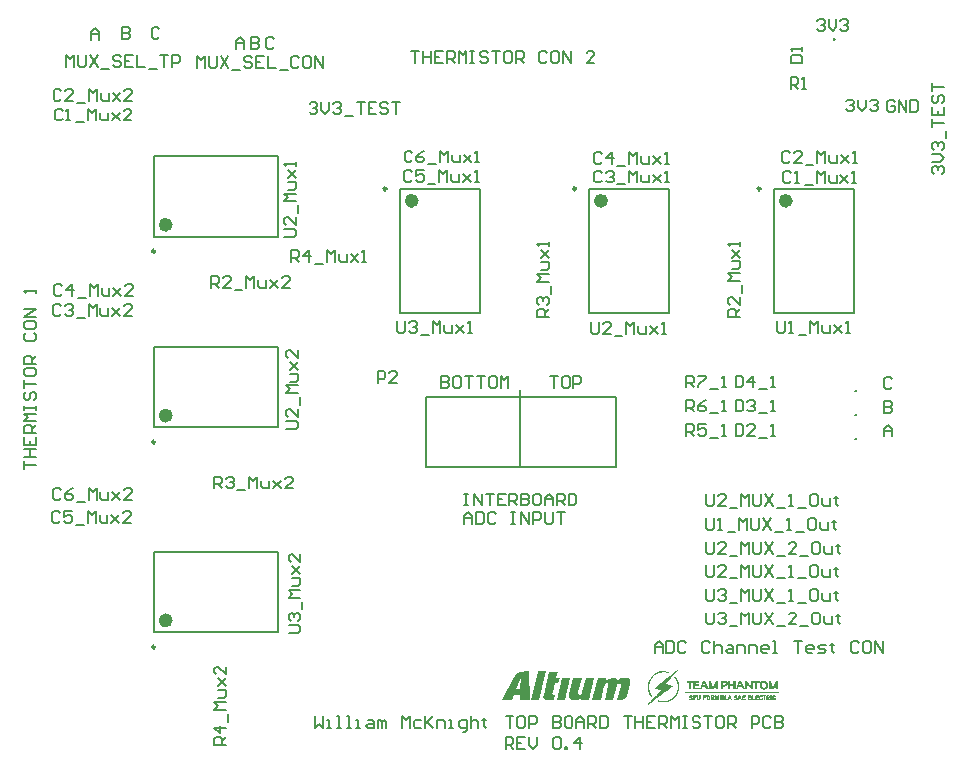
<source format=gto>
G04*
G04 #@! TF.GenerationSoftware,Altium Limited,Altium Designer,18.1.11 (251)*
G04*
G04 Layer_Color=65535*
%FSLAX25Y25*%
%MOIN*%
G70*
G01*
G75*
%ADD10C,0.01000*%
%ADD11C,0.00984*%
%ADD12C,0.02362*%
%ADD13C,0.00787*%
%ADD14C,0.00591*%
G36*
X304940Y97490D02*
X305016D01*
X305115Y97479D01*
X305224Y97457D01*
X305333Y97446D01*
X305607Y97402D01*
X305913Y97326D01*
X306230Y97238D01*
X306569Y97118D01*
X306437Y96725D01*
X306427D01*
X306394Y96736D01*
X306350Y96757D01*
X306284Y96768D01*
X306208Y96801D01*
X306120Y96823D01*
X306011Y96856D01*
X305902Y96878D01*
X305650Y96943D01*
X305366Y96998D01*
X305071Y97031D01*
X304765Y97053D01*
X304481D01*
X304382Y97042D01*
X304273Y97031D01*
X304044Y97009D01*
X303781Y96976D01*
X303508Y96921D01*
X303224Y96845D01*
X303213D01*
X303191Y96834D01*
X303148Y96823D01*
X303093Y96801D01*
X303027Y96779D01*
X302951Y96757D01*
X302776Y96681D01*
X302557Y96583D01*
X302328Y96473D01*
X302076Y96331D01*
X301836Y96178D01*
X301825D01*
X301803Y96156D01*
X301770Y96134D01*
X301727Y96102D01*
X301672Y96058D01*
X301595Y96003D01*
X301442Y95861D01*
X301257Y95697D01*
X301049Y95500D01*
X300830Y95271D01*
X300623Y95009D01*
Y94998D01*
X300601Y94976D01*
X300590Y94943D01*
X300557Y94899D01*
X300524Y94845D01*
X300481Y94768D01*
X300393Y94604D01*
X300295Y94386D01*
X300185Y94156D01*
X300087Y93883D01*
X299989Y93599D01*
Y93588D01*
X299978Y93566D01*
X299967Y93522D01*
X299956Y93467D01*
X299945Y93402D01*
X299923Y93325D01*
X299901Y93238D01*
X299890Y93140D01*
X299857Y92910D01*
X299825Y92659D01*
X299803Y92374D01*
Y92090D01*
Y92079D01*
Y92058D01*
Y92014D01*
X299814Y91959D01*
X299825Y91883D01*
Y91806D01*
X299836Y91708D01*
X299857Y91598D01*
X299890Y91347D01*
X299956Y91063D01*
X300022Y90746D01*
X300120Y90418D01*
Y90407D01*
X300131Y90396D01*
X300153Y90363D01*
X300174Y90320D01*
X300196Y90265D01*
X300240Y90199D01*
X300327Y90035D01*
X300437Y89839D01*
X300579Y89620D01*
X300743Y89380D01*
X300940Y89117D01*
X300732Y88932D01*
X300513Y88975D01*
X300502Y88986D01*
X300491Y89008D01*
X300459Y89041D01*
X300426Y89085D01*
X300382Y89150D01*
X300327Y89216D01*
X300262Y89303D01*
X300207Y89402D01*
X300065Y89620D01*
X299923Y89872D01*
X299792Y90156D01*
X299672Y90473D01*
Y90484D01*
X299661Y90505D01*
X299639Y90549D01*
X299628Y90604D01*
X299595Y90669D01*
X299573Y90757D01*
X299541Y90844D01*
X299519Y90954D01*
X299453Y91194D01*
X299398Y91467D01*
X299355Y91762D01*
X299333Y92079D01*
Y92090D01*
Y92123D01*
Y92167D01*
Y92232D01*
Y92309D01*
X299344Y92396D01*
Y92506D01*
X299355Y92615D01*
X299388Y92877D01*
X299420Y93172D01*
X299486Y93489D01*
X299573Y93806D01*
Y93817D01*
X299584Y93839D01*
X299595Y93883D01*
X299617Y93937D01*
X299639Y94003D01*
X299672Y94090D01*
X299748Y94276D01*
X299847Y94495D01*
X299978Y94725D01*
X300120Y94965D01*
X300295Y95205D01*
X300306Y95216D01*
X300317Y95238D01*
X300349Y95282D01*
X300393Y95347D01*
X300448Y95413D01*
X300513Y95500D01*
X300666Y95697D01*
X300852Y95905D01*
X301071Y96134D01*
X301311Y96364D01*
X301573Y96572D01*
X301585Y96583D01*
X301606Y96593D01*
X301639Y96615D01*
X301694Y96648D01*
X301759Y96692D01*
X301836Y96736D01*
X301923Y96790D01*
X302022Y96845D01*
X302251Y96954D01*
X302503Y97074D01*
X302787Y97195D01*
X303082Y97293D01*
X303093D01*
X303115Y97304D01*
X303158Y97315D01*
X303224Y97337D01*
X303300Y97348D01*
X303388Y97369D01*
X303486Y97391D01*
X303607Y97413D01*
X303858Y97457D01*
X304142Y97490D01*
X304459Y97501D01*
X304874D01*
X304940Y97490D01*
D02*
G37*
G36*
X328636Y91347D02*
X327915D01*
Y92462D01*
X326855Y92462D01*
Y91347D01*
X326374D01*
X326133Y91467D01*
Y94200D01*
X326855D01*
Y93107D01*
X327915Y93107D01*
Y94200D01*
X328636D01*
Y91347D01*
D02*
G37*
G36*
X334407D02*
X333719D01*
X332527Y93293D01*
Y91347D01*
X331817D01*
Y94200D01*
X332484D01*
X333686Y92298D01*
Y94200D01*
X334407D01*
Y91347D01*
D02*
G37*
G36*
X325281Y94189D02*
X325379Y94167D01*
X325488Y94145D01*
X325609Y94101D01*
X325718Y94047D01*
X325816Y93970D01*
X325827Y93959D01*
X325849Y93927D01*
X325893Y93883D01*
X325937Y93806D01*
X325980Y93719D01*
X326024Y93610D01*
X326046Y93478D01*
X326057Y93336D01*
Y93314D01*
Y93260D01*
X326046Y93183D01*
X326013Y93074D01*
X325980Y92965D01*
X325926Y92844D01*
X325849Y92724D01*
X325740Y92615D01*
X325729Y92604D01*
X325685Y92571D01*
X325609Y92528D01*
X325499Y92462D01*
X325357Y92407D01*
X325182Y92342D01*
X324975Y92287D01*
X324723Y92243D01*
X324636Y92899D01*
X324658D01*
X324701Y92910D01*
X324767Y92921D01*
X324854Y92943D01*
X325018Y92997D01*
X325106Y93030D01*
X325161Y93063D01*
X325171D01*
X325182Y93085D01*
X325237Y93140D01*
X325281Y93216D01*
X325292Y93271D01*
X325303Y93325D01*
Y93336D01*
Y93347D01*
X325292Y93391D01*
X325281Y93446D01*
X325248Y93489D01*
X325237Y93500D01*
X325215Y93511D01*
X325161Y93522D01*
X325095Y93533D01*
X324559D01*
Y91347D01*
X324078D01*
X323838Y91467D01*
Y94200D01*
X325204D01*
X325281Y94189D01*
D02*
G37*
G36*
X342681Y91347D02*
X342004D01*
Y93161D01*
X341479Y91347D01*
X340911D01*
X340375Y93161D01*
Y91347D01*
X339697D01*
Y94200D01*
X340386D01*
X341206Y92221D01*
X341993Y94200D01*
X342681D01*
Y91347D01*
D02*
G37*
G36*
X322690Y91347D02*
X322002D01*
Y93161D01*
X321488Y91347D01*
X320909D01*
X320384Y93161D01*
Y91347D01*
X319936D01*
X319695Y91467D01*
Y94200D01*
X320406D01*
X321204Y92221D01*
X322013Y94200D01*
X322690D01*
Y91347D01*
D02*
G37*
G36*
X319619D02*
X318887D01*
X318592Y92058D01*
X317684D01*
X317881Y92702D01*
X318373D01*
X318089Y93467D01*
X317302Y91347D01*
X316613D01*
Y91374D01*
X316602Y91347D01*
X314558D01*
Y94200D01*
X316591D01*
Y94090D01*
Y93544D01*
X315280D01*
Y93107D01*
X316537D01*
Y92451D01*
X315269D01*
Y91992D01*
X316613D01*
Y91374D01*
X317761Y94200D01*
X318439D01*
X319619Y91347D01*
D02*
G37*
G36*
X336670Y94090D02*
Y93544D01*
X335916D01*
Y91347D01*
X335194D01*
Y93544D01*
X334440D01*
Y94200D01*
X336670D01*
Y94090D01*
D02*
G37*
G36*
X331740Y91347D02*
X331019D01*
X330713Y92058D01*
X329806D01*
X330002Y92702D01*
X330505D01*
X330210Y93467D01*
X329445Y91435D01*
X329390Y91402D01*
X328713Y91347D01*
X329871Y94200D01*
X330560D01*
X331740Y91347D01*
D02*
G37*
G36*
X314526Y94090D02*
Y93544D01*
X313760D01*
Y91347D01*
X313039D01*
Y93544D01*
X312285D01*
Y94200D01*
X314526D01*
Y94090D01*
D02*
G37*
G36*
X338167Y94211D02*
X338287Y94200D01*
X338451Y94178D01*
X338615Y94123D01*
X338790Y94058D01*
X338965Y93970D01*
X339107Y93839D01*
X339118Y93817D01*
X339162Y93774D01*
X339216Y93686D01*
X339293Y93566D01*
X339359Y93413D01*
X339413Y93227D01*
X339457Y93019D01*
X339468Y92768D01*
Y92757D01*
Y92735D01*
Y92702D01*
Y92648D01*
X339446Y92528D01*
X339424Y92364D01*
X339380Y92189D01*
X339315Y92014D01*
X339227Y91839D01*
X339107Y91686D01*
X339096Y91675D01*
X339042Y91631D01*
X338954Y91577D01*
X338845Y91511D01*
X338692Y91435D01*
X338517Y91380D01*
X338298Y91336D01*
X338047Y91325D01*
X337981D01*
X337938Y91336D01*
X337817Y91347D01*
X337664Y91369D01*
X337501Y91413D01*
X337326Y91478D01*
X337162Y91566D01*
X337009Y91686D01*
X336998Y91708D01*
X336954Y91751D01*
X336899Y91839D01*
X336834Y91959D01*
X336779Y92112D01*
X336735Y92298D01*
X336714Y92506D01*
X336724Y92757D01*
X336604Y92768D01*
Y92779D01*
Y92801D01*
Y92834D01*
X336615Y92888D01*
X336626Y93009D01*
X336648Y93161D01*
X336692Y93336D01*
X336757Y93511D01*
X336845Y93686D01*
X336965Y93839D01*
X336987Y93861D01*
X337031Y93905D01*
X337118Y93959D01*
X337238Y94036D01*
X337391Y94101D01*
X337577Y94167D01*
X337796Y94211D01*
X338047Y94222D01*
X338112D01*
X338167Y94211D01*
D02*
G37*
G36*
X343250Y90003D02*
X311695Y90003D01*
Y90342D01*
X311870Y90396D01*
X343250Y90451D01*
Y90003D01*
D02*
G37*
G36*
X328866Y89402D02*
X328964Y89380D01*
X328975D01*
X328986Y89369D01*
X329052Y89336D01*
X329150Y89281D01*
X329270Y89194D01*
X329063Y88855D01*
X329052D01*
X329041Y88866D01*
X328975Y88888D01*
X328888Y88921D01*
X328811Y88942D01*
X328800Y88953D01*
X328756Y88964D01*
X328702Y88975D01*
X328636D01*
X328603Y88964D01*
X328592D01*
X328549Y88942D01*
X328538Y88921D01*
Y88910D01*
Y88888D01*
Y88877D01*
Y88855D01*
X328549Y88844D01*
X328560Y88822D01*
X328582Y88811D01*
X328625D01*
X328658Y88800D01*
X328669Y88789D01*
X328713Y88779D01*
X328811D01*
X328877Y88768D01*
X328953Y88746D01*
X329030Y88713D01*
X329052Y88702D01*
X329084Y88680D01*
X329139Y88647D01*
X329194Y88593D01*
X329205Y88582D01*
X329226Y88538D01*
X329259Y88483D01*
X329281Y88418D01*
X329292Y88407D01*
X329303Y88363D01*
X329314Y88309D01*
Y88243D01*
Y88232D01*
Y88199D01*
X329303Y88145D01*
X329292Y88090D01*
X329270Y88024D01*
X329248Y87948D01*
X329205Y87882D01*
X329150Y87828D01*
X329139D01*
X329117Y87806D01*
X329084Y87784D01*
X329030Y87762D01*
X328964Y87740D01*
X328888Y87718D01*
X328789Y87707D01*
X328680Y87696D01*
X328614D01*
X328560Y87707D01*
X328450Y87718D01*
X328319Y87751D01*
X328308D01*
X328297Y87762D01*
X328265Y87784D01*
X328221Y87806D01*
X328177Y87839D01*
X328112Y87882D01*
X328057Y87937D01*
X327991Y88003D01*
X328254Y88309D01*
X328265D01*
X328275Y88287D01*
X328341Y88254D01*
X328429Y88199D01*
X328494Y88166D01*
X328505D01*
X328560Y88156D01*
X328603D01*
X328658Y88145D01*
X328800D01*
X328767Y88123D01*
X328746Y88101D01*
X328735Y88090D01*
X328800Y88145D01*
X328822Y88166D01*
X328833D01*
X328844Y88188D01*
X328855Y88210D01*
Y88243D01*
Y88254D01*
Y88265D01*
X328833Y88287D01*
X328822Y88298D01*
X328800Y88319D01*
X328767Y88330D01*
X328647D01*
X328625Y88341D01*
X328560Y88352D01*
X328538D01*
X328494Y88363D01*
X328429Y88385D01*
X328352Y88407D01*
X328341Y88418D01*
X328297Y88440D01*
X328254Y88483D01*
X328210Y88527D01*
X328199Y88538D01*
X328166Y88582D01*
X328133Y88626D01*
X328101Y88691D01*
Y88713D01*
X328090Y88757D01*
X328079Y88811D01*
X328068Y88888D01*
Y88899D01*
Y88910D01*
Y88964D01*
X328079Y89030D01*
X328101Y89106D01*
X328112Y89128D01*
X328133Y89161D01*
X328177Y89227D01*
X328243Y89281D01*
X328254Y89292D01*
X328297Y89325D01*
X328352Y89358D01*
X328429Y89391D01*
X328450Y89402D01*
X328505Y89412D01*
X328582Y89423D01*
X328778D01*
X328866Y89402D01*
D02*
G37*
G36*
X313968Y89402D02*
X314067Y89380D01*
X314077D01*
X314088Y89369D01*
X314154Y89336D01*
X314252Y89281D01*
X314373Y89194D01*
X314165Y88855D01*
X314154D01*
X314143Y88866D01*
X314077Y88888D01*
X313990Y88921D01*
X313913Y88942D01*
X313903Y88953D01*
X313859Y88964D01*
X313804Y88975D01*
X313728D01*
X313706Y88964D01*
X313695D01*
X313651Y88942D01*
X313640Y88921D01*
Y88910D01*
X313629Y88888D01*
Y88877D01*
Y88866D01*
X313640Y88855D01*
X313662Y88822D01*
X313684Y88811D01*
X313728D01*
X313760Y88800D01*
X313771Y88789D01*
X313804Y88779D01*
X313913D01*
X313979Y88768D01*
X314056Y88746D01*
X314132Y88713D01*
X314154Y88702D01*
X314187Y88680D01*
X314241Y88647D01*
X314296Y88593D01*
X314307Y88582D01*
X314329Y88538D01*
X314362Y88483D01*
X314384Y88418D01*
X314394Y88407D01*
X314405Y88363D01*
X314416Y88319D01*
Y88265D01*
Y88254D01*
Y88221D01*
X314405Y88166D01*
X314394Y88101D01*
X314373Y88024D01*
X314340Y87959D01*
X314296Y87882D01*
X314241Y87828D01*
X314230D01*
X314209Y87806D01*
X314176Y87784D01*
X314121Y87762D01*
X314056Y87740D01*
X313979Y87718D01*
X313892Y87707D01*
X313782Y87696D01*
X313717D01*
X313662Y87707D01*
X313553Y87718D01*
X313422Y87751D01*
X313411D01*
X313400Y87762D01*
X313367Y87784D01*
X313323Y87806D01*
X313269Y87839D01*
X313214Y87882D01*
X313148Y87937D01*
X313083Y88003D01*
X313356Y88309D01*
X313367D01*
X313378Y88287D01*
X313443Y88254D01*
X313520Y88199D01*
X313586Y88166D01*
X313608D01*
X313662Y88156D01*
X313706D01*
X313760Y88145D01*
X313903D01*
X313870Y88123D01*
X313848Y88101D01*
X313837Y88090D01*
X313903Y88145D01*
X313924Y88166D01*
X313935D01*
X313946Y88188D01*
X313957Y88210D01*
Y88243D01*
Y88254D01*
X313935Y88287D01*
X313913Y88298D01*
X313892Y88319D01*
X313859Y88330D01*
X313760D01*
X313739Y88341D01*
X313662Y88352D01*
X313640D01*
X313597Y88363D01*
X313531Y88385D01*
X313454Y88407D01*
X313443Y88418D01*
X313400Y88440D01*
X313356Y88472D01*
X313301Y88516D01*
X313291Y88538D01*
X313269Y88571D01*
X313225Y88636D01*
X313192Y88691D01*
Y88702D01*
X313181Y88746D01*
X313170Y88811D01*
X313159Y88888D01*
Y88899D01*
Y88910D01*
X313170Y88964D01*
X313181Y89030D01*
X313203Y89106D01*
X313214Y89128D01*
X313236Y89161D01*
X313269Y89216D01*
X313323Y89270D01*
X313334Y89281D01*
X313378Y89314D01*
X313443Y89358D01*
X313520Y89391D01*
X313531D01*
X313542Y89402D01*
X313597Y89412D01*
X313673Y89423D01*
X313870D01*
X313968Y89402D01*
D02*
G37*
G36*
X341665Y89402D02*
X341752Y89380D01*
X341774Y89369D01*
X341818Y89358D01*
X341883Y89314D01*
X341949Y89259D01*
X341960Y89249D01*
X341993Y89216D01*
X342036Y89172D01*
X342080Y89106D01*
X342091Y89085D01*
X342102Y89063D01*
X342113Y89030D01*
X342124Y88975D01*
X342135Y88921D01*
X342146Y88844D01*
X342157Y88757D01*
X341698D01*
Y88768D01*
Y88779D01*
X341676Y88822D01*
X341665Y88866D01*
X341654Y88899D01*
X341643Y88910D01*
X341621Y88942D01*
X341610Y88953D01*
X341556Y88964D01*
X341545D01*
X341534Y88975D01*
X341490D01*
X341457Y88964D01*
X341435D01*
X341424Y88953D01*
X341403Y88932D01*
X341391Y88921D01*
X341370Y88899D01*
X341359Y88888D01*
X341348Y88877D01*
Y88866D01*
Y88844D01*
Y88833D01*
X341337Y88811D01*
X341326Y88746D01*
Y88735D01*
Y88702D01*
Y88647D01*
Y88571D01*
Y88549D01*
Y88494D01*
Y88440D01*
Y88385D01*
Y88374D01*
X341337Y88352D01*
X341348Y88276D01*
Y88265D01*
Y88232D01*
X341359D01*
X341370Y88221D01*
X341381Y88210D01*
X341403Y88188D01*
X341413Y88177D01*
X341435Y88166D01*
X341446Y88156D01*
X341468Y88145D01*
X341545D01*
X341577Y88156D01*
X341599Y88177D01*
X341610Y88188D01*
X341632Y88210D01*
X341665Y88265D01*
X341708Y88352D01*
X342157D01*
Y88243D01*
Y88232D01*
X342146Y88221D01*
X342124Y88145D01*
X342102Y88068D01*
X342058Y87981D01*
X342047Y87970D01*
X342025Y87926D01*
X341971Y87871D01*
X341916Y87817D01*
X341905Y87806D01*
X341862Y87784D01*
X341796Y87762D01*
X341730Y87729D01*
X341708D01*
X341665Y87718D01*
X341599Y87707D01*
X341512Y87696D01*
X341446D01*
X341381Y87707D01*
X341315Y87718D01*
X341304D01*
X341271Y87740D01*
X341217Y87751D01*
X341151Y87784D01*
X341140Y87795D01*
X341107Y87828D01*
X341064Y87871D01*
X341020Y87904D01*
Y87915D01*
X340998Y87937D01*
X340943Y88003D01*
Y88013D01*
X340932Y88024D01*
X340911Y88068D01*
Y88079D01*
X340900Y88090D01*
Y88101D01*
Y88112D01*
X340889Y88134D01*
Y88145D01*
Y88156D01*
X340878Y88199D01*
Y88210D01*
X340867Y88232D01*
Y88265D01*
X340856Y88330D01*
Y88352D01*
Y88396D01*
Y88472D01*
Y88571D01*
Y88582D01*
Y88593D01*
Y88647D01*
Y88724D01*
Y88789D01*
Y88811D01*
X340867Y88844D01*
Y88888D01*
X340878Y88932D01*
Y88942D01*
Y88964D01*
X340900Y89019D01*
Y89030D01*
X340911Y89052D01*
X340932Y89106D01*
X340943Y89117D01*
X340965Y89150D01*
X341031Y89227D01*
X341042Y89238D01*
X341064Y89259D01*
X341118Y89314D01*
X341140Y89325D01*
X341184Y89347D01*
X341249Y89380D01*
X341315Y89402D01*
X341337D01*
X341381Y89412D01*
X341435Y89423D01*
X341588D01*
X341665Y89402D01*
D02*
G37*
G36*
X337227Y89412D02*
X337304Y89391D01*
X337315D01*
X337326Y89380D01*
X337380Y89358D01*
X337446Y89325D01*
X337522Y89259D01*
X337533Y89249D01*
X337566Y89216D01*
X337588Y89188D01*
Y88997D01*
X337668Y89005D01*
X337675Y88975D01*
X337697Y88921D01*
X337708Y88844D01*
X337719Y88757D01*
X337260D01*
Y88779D01*
X337249Y88811D01*
X337238Y88855D01*
X337216Y88888D01*
Y88899D01*
X337205Y88910D01*
X337173Y88942D01*
X337162Y88953D01*
X337151D01*
X337118Y88964D01*
X337107Y88975D01*
X337063D01*
X337019Y88964D01*
X336998D01*
X336987Y88953D01*
X336954Y88932D01*
X336943Y88921D01*
X336921Y88899D01*
X336910Y88877D01*
Y88866D01*
X336899Y88822D01*
Y88811D01*
X336888Y88779D01*
Y88735D01*
Y88724D01*
Y88691D01*
Y88636D01*
Y88571D01*
Y88549D01*
Y88505D01*
Y88451D01*
Y88385D01*
Y88374D01*
Y88352D01*
X336899Y88276D01*
X336910Y88265D01*
Y88243D01*
X336921Y88232D01*
Y88221D01*
X336932Y88210D01*
X336954Y88188D01*
X336965Y88177D01*
X336987D01*
X337009Y88166D01*
X337019Y88156D01*
X337031Y88145D01*
X337107D01*
X337140Y88156D01*
X337173Y88177D01*
X337183Y88188D01*
X337205Y88210D01*
X337238Y88265D01*
X337282Y88352D01*
X337719D01*
Y88243D01*
Y88232D01*
X337708Y88221D01*
X337697Y88156D01*
X337664Y88068D01*
X337632Y87981D01*
X337621Y87970D01*
X337599Y87926D01*
X337544Y87871D01*
X337490Y87828D01*
X337468Y87817D01*
X337424Y87795D01*
X337358Y87762D01*
X337282Y87729D01*
X337260D01*
X337216Y87718D01*
X337151Y87707D01*
X337074Y87696D01*
X337009D01*
X336943Y87707D01*
X336877Y87718D01*
X336866D01*
X336823Y87740D01*
X336768Y87762D01*
X336714Y87795D01*
X336703Y87806D01*
X336670Y87839D01*
X336626Y87871D01*
X336593Y87904D01*
X336582Y87915D01*
X336561Y87937D01*
X336528Y87970D01*
X336484Y88024D01*
Y88035D01*
Y88046D01*
X336473Y88068D01*
Y88079D01*
X336462Y88090D01*
Y88101D01*
Y88112D01*
X336451Y88134D01*
Y88145D01*
Y88156D01*
X336440Y88199D01*
Y88210D01*
Y88232D01*
X336429Y88276D01*
Y88330D01*
Y88352D01*
Y88396D01*
Y88472D01*
Y88571D01*
Y88582D01*
Y88593D01*
Y88647D01*
Y88713D01*
Y88779D01*
Y88800D01*
Y88833D01*
Y88888D01*
X336440Y88932D01*
Y88942D01*
X336451Y88953D01*
X336462Y89008D01*
Y89019D01*
X336473Y89041D01*
X336495Y89106D01*
X336506Y89117D01*
X336517Y89139D01*
X336549Y89172D01*
X336582Y89216D01*
X336593Y89227D01*
X336626Y89259D01*
X336670Y89292D01*
X336714Y89325D01*
X336724Y89336D01*
X336768Y89358D01*
X336812Y89380D01*
X336877Y89402D01*
X336899D01*
X336943Y89412D01*
X336998Y89423D01*
X337151D01*
X337227Y89412D01*
D02*
G37*
G36*
X323270Y87707D02*
X322800D01*
Y88169D01*
X322690Y87915D01*
X322340D01*
X322220Y88194D01*
Y87707D01*
X321750D01*
Y89303D01*
X321936Y89358D01*
X322166Y89412D01*
X322515Y88462D01*
X322854Y89412D01*
X323270D01*
Y87707D01*
D02*
G37*
G36*
X324723Y88319D02*
Y88309D01*
Y88298D01*
X324712Y88243D01*
X324701Y88156D01*
X324669Y88068D01*
X324658Y88046D01*
X324636Y88003D01*
X324581Y87937D01*
X324527Y87860D01*
X324516Y87849D01*
X324472Y87817D01*
X324406Y87773D01*
X324319Y87729D01*
X324297D01*
X324242Y87718D01*
X324166Y87707D01*
X324067Y87696D01*
X323980D01*
X323903Y87707D01*
X323816Y87729D01*
X323794Y87740D01*
X323750Y87762D01*
X323674Y87806D01*
X323598Y87871D01*
X323587Y87882D01*
X323543Y87926D01*
X323499Y87992D01*
X323455Y88068D01*
X323445Y88090D01*
X323433Y88145D01*
X323423Y88221D01*
X323412Y88319D01*
Y89303D01*
X323598Y89358D01*
X323882Y89412D01*
Y88352D01*
Y88341D01*
Y88319D01*
Y88287D01*
X323893Y88254D01*
X323903Y88232D01*
X323936Y88199D01*
X323947D01*
X323958Y88177D01*
X323991Y88156D01*
X324013D01*
X324035Y88145D01*
X324089D01*
X324133Y88156D01*
X324144D01*
X324155Y88166D01*
X324188Y88188D01*
X324199Y88199D01*
X324210Y88210D01*
X324231Y88254D01*
Y88265D01*
X324242Y88287D01*
X324253Y88352D01*
Y89412D01*
X324723D01*
Y88319D01*
D02*
G37*
G36*
X317018D02*
Y88309D01*
Y88298D01*
X317007Y88243D01*
X316996Y88156D01*
X316963Y88068D01*
X316952Y88046D01*
X316930Y88003D01*
X316886Y87937D01*
X316832Y87860D01*
X316821Y87849D01*
X316777Y87817D01*
X316712Y87773D01*
X316624Y87729D01*
X316602D01*
X316548Y87718D01*
X316471Y87707D01*
X316373Y87696D01*
X316285D01*
X316209Y87707D01*
X316121Y87729D01*
X316100Y87740D01*
X316056Y87762D01*
X315979Y87806D01*
X315903Y87871D01*
X315892Y87882D01*
X315848Y87926D01*
X315804Y87992D01*
X315761Y88068D01*
X315750Y88090D01*
X315739Y88145D01*
X315728Y88221D01*
X315717Y88319D01*
Y89303D01*
X315903Y89358D01*
X316187Y89412D01*
Y88352D01*
Y88341D01*
Y88319D01*
Y88287D01*
X316198Y88254D01*
X316209Y88232D01*
X316242Y88199D01*
X316252D01*
X316264Y88177D01*
X316296Y88156D01*
X316318D01*
X316340Y88145D01*
X316395D01*
X316438Y88156D01*
X316449D01*
X316460Y88166D01*
X316493Y88199D01*
X316504D01*
X316515Y88210D01*
X316537Y88254D01*
Y88265D01*
X316548Y88287D01*
X316559Y88352D01*
Y89412D01*
X317018D01*
Y88319D01*
D02*
G37*
G36*
X340736Y87707D02*
X340266D01*
Y89412D01*
X340736D01*
Y87707D01*
D02*
G37*
G36*
X339730Y89402D02*
X339796Y89380D01*
X339818D01*
X339850Y89358D01*
X339916Y89336D01*
X339971Y89303D01*
X339982Y89292D01*
X340025Y89249D01*
X340058Y89183D01*
X340102Y89117D01*
X340113Y89095D01*
X340135Y89052D01*
X340145Y88986D01*
X340156Y88899D01*
Y88888D01*
Y88866D01*
Y88833D01*
X340145Y88789D01*
X340113Y88680D01*
X340058Y88571D01*
X340047Y88549D01*
X340003Y88505D01*
X339938Y88451D01*
X339872Y88418D01*
X340211Y87707D01*
X339763D01*
X339446Y88341D01*
X339359D01*
Y87707D01*
X338889D01*
Y89303D01*
X339074Y89358D01*
X339588Y89412D01*
X339665D01*
X339730Y89402D01*
D02*
G37*
G36*
X338867Y88997D02*
X338462D01*
Y87707D01*
X337992D01*
Y89035D01*
X337668Y89005D01*
X337664Y89019D01*
X337653Y89052D01*
Y89074D01*
X337643Y89095D01*
X337610Y89161D01*
X337588Y89188D01*
Y89412D01*
X338867D01*
Y88997D01*
D02*
G37*
G36*
X336397Y88975D02*
X335675D01*
Y88779D01*
X336298D01*
Y88352D01*
X335675D01*
Y88145D01*
X336397D01*
Y87707D01*
X335205D01*
Y89303D01*
X335380Y89358D01*
X336397Y89412D01*
Y88975D01*
D02*
G37*
G36*
X334407Y88145D02*
X335129D01*
Y87707D01*
X333937D01*
Y89303D01*
X334123Y89358D01*
X334407Y89412D01*
Y88145D01*
D02*
G37*
G36*
X333861Y88975D02*
X333139D01*
Y88779D01*
X333762D01*
Y88352D01*
X333139D01*
Y88145D01*
X333861D01*
Y87707D01*
X332669D01*
Y89303D01*
X332855Y89358D01*
X333861Y89412D01*
Y88975D01*
D02*
G37*
G36*
X331992D02*
X331259D01*
Y88779D01*
X331882D01*
Y88352D01*
X331259D01*
Y88145D01*
X331992D01*
Y87707D01*
X330800D01*
Y89303D01*
X330975Y89358D01*
X331992Y89412D01*
Y88975D01*
D02*
G37*
G36*
X330779Y87707D02*
X330330D01*
X330311Y88085D01*
X329828Y88035D01*
X329718Y87707D01*
X329270D01*
X329849Y89412D01*
X330199D01*
X330779Y87707D01*
D02*
G37*
G36*
X327489Y87707D02*
X327040D01*
X327021Y88085D01*
X326538Y88035D01*
X326428Y87707D01*
X326068D01*
Y87965D01*
X326559Y89412D01*
X326909D01*
X327489Y87707D01*
D02*
G37*
G36*
X325324Y88145D02*
X326068D01*
Y87965D01*
X325980Y87707D01*
X324876D01*
Y89303D01*
X325051Y89358D01*
X325324Y89412D01*
Y88145D01*
D02*
G37*
G36*
X321215Y89402D02*
X321280Y89380D01*
X321302D01*
X321335Y89358D01*
X321401Y89336D01*
X321455Y89303D01*
X321477Y89292D01*
X321510Y89249D01*
X321554Y89183D01*
X321597Y89117D01*
X321608Y89095D01*
X321619Y89052D01*
X321641Y88975D01*
X321652Y88888D01*
Y88877D01*
Y88855D01*
Y88822D01*
X321641Y88779D01*
X321608Y88680D01*
X321554Y88571D01*
X321543Y88549D01*
X321499Y88505D01*
X321433Y88451D01*
X321357Y88418D01*
X321707Y87707D01*
X321248D01*
X320941Y88341D01*
X320843D01*
Y87707D01*
X320373D01*
Y89412D01*
X321149D01*
X321215Y89402D01*
D02*
G37*
G36*
X318963Y88975D02*
X318242D01*
Y88768D01*
X318865D01*
Y88341D01*
X318242D01*
Y87707D01*
X317772D01*
Y89412D01*
X318963D01*
Y88975D01*
D02*
G37*
G36*
X315706D02*
X314985D01*
Y88768D01*
X315608D01*
Y88341D01*
X314985D01*
Y87707D01*
X314515D01*
Y89412D01*
X315706D01*
Y88975D01*
D02*
G37*
G36*
X319728Y89412D02*
X319794Y89402D01*
X319816D01*
X319848Y89380D01*
X319914Y89358D01*
X319969Y89314D01*
X319980Y89303D01*
X320012Y89292D01*
X320045Y89259D01*
X320089Y89216D01*
X320100Y89205D01*
X320122Y89183D01*
X320176Y89106D01*
Y89095D01*
X320187Y89074D01*
X320209Y89008D01*
Y88997D01*
X320220Y88986D01*
X320242Y88921D01*
Y88910D01*
Y88877D01*
Y88822D01*
Y88757D01*
Y88746D01*
X320253Y88702D01*
Y88636D01*
Y88571D01*
Y88549D01*
Y88505D01*
Y88429D01*
X320242Y88363D01*
Y88352D01*
Y88319D01*
Y88265D01*
Y88199D01*
Y88188D01*
X320231Y88166D01*
X320209Y88101D01*
Y88090D01*
X320198Y88068D01*
X320165Y88013D01*
Y88003D01*
X320144Y87981D01*
X320122Y87948D01*
X320089Y87904D01*
X320078Y87893D01*
X320056Y87871D01*
X320012Y87839D01*
X319969Y87795D01*
X319958Y87784D01*
X319914Y87762D01*
X319859Y87740D01*
X319794Y87718D01*
X319783D01*
X319739Y87707D01*
X319674Y87696D01*
X319531D01*
X319466Y87707D01*
X319400Y87718D01*
X319389D01*
X319357Y87740D01*
X319302Y87762D01*
X319236Y87795D01*
X319226Y87806D01*
X319193Y87828D01*
X319105Y87904D01*
X319094Y87915D01*
X319083Y87937D01*
X319029Y88013D01*
Y88024D01*
X319018Y88035D01*
Y88046D01*
X319007D01*
Y88057D01*
X318985Y88090D01*
Y88101D01*
Y88112D01*
Y88134D01*
X318974Y88145D01*
Y88156D01*
X318963Y88188D01*
Y88199D01*
Y88232D01*
Y88276D01*
X318952Y88341D01*
Y88352D01*
Y88407D01*
Y88472D01*
Y88571D01*
Y88582D01*
Y88593D01*
Y88647D01*
Y88713D01*
Y88779D01*
Y88789D01*
X318963Y88833D01*
Y88877D01*
Y88932D01*
Y88942D01*
X318974Y88953D01*
X318985Y89008D01*
Y89019D01*
X318996Y89041D01*
X319029Y89106D01*
Y89117D01*
X319051Y89139D01*
X319073Y89172D01*
X319105Y89216D01*
X319116Y89227D01*
X319149Y89259D01*
X319193Y89292D01*
X319236Y89325D01*
X319247Y89336D01*
X319291Y89358D01*
X319335Y89380D01*
X319400Y89402D01*
X319422D01*
X319466Y89412D01*
X319521Y89423D01*
X319663D01*
X319728Y89412D01*
D02*
G37*
G36*
X308481Y95763D02*
X308503Y95741D01*
X308536Y95708D01*
X308580Y95653D01*
X308634Y95588D01*
X308700Y95511D01*
X308766Y95413D01*
X308842Y95315D01*
X308995Y95085D01*
X309159Y94834D01*
X309323Y94550D01*
X309454Y94244D01*
Y94233D01*
X309465Y94211D01*
X309487Y94167D01*
X309509Y94101D01*
X309531Y94025D01*
X309563Y93937D01*
X309596Y93839D01*
X309629Y93730D01*
X309695Y93467D01*
X309760Y93183D01*
X309804Y92866D01*
X309837Y92538D01*
Y92528D01*
Y92495D01*
Y92451D01*
Y92385D01*
Y92309D01*
Y92211D01*
Y92101D01*
Y91992D01*
X309815Y91719D01*
X309771Y91424D01*
X309716Y91107D01*
X309629Y90779D01*
Y90768D01*
X309618Y90746D01*
X309607Y90691D01*
X309585Y90637D01*
X309552Y90560D01*
X309520Y90473D01*
X309487Y90363D01*
X309443Y90254D01*
X309334Y90014D01*
X309203Y89740D01*
X309050Y89467D01*
X308864Y89183D01*
X308853Y89172D01*
X308842Y89150D01*
X308809Y89117D01*
X308766Y89063D01*
X308722Y88997D01*
X308656Y88932D01*
X308514Y88757D01*
X308328Y88560D01*
X308110Y88363D01*
X307869Y88145D01*
X307596Y87948D01*
X307585Y87937D01*
X307563Y87926D01*
X307520Y87904D01*
X307465Y87860D01*
X307399Y87817D01*
X307312Y87773D01*
X307224Y87718D01*
X307115Y87664D01*
X306875Y87543D01*
X306601Y87412D01*
X306306Y87292D01*
X305989Y87194D01*
X305978D01*
X305935Y87183D01*
X305858Y87161D01*
X305771Y87139D01*
X305672Y87117D01*
X305552Y87095D01*
X305301Y87052D01*
X305290D01*
X305246Y87041D01*
X305180D01*
X305104Y87030D01*
X305006Y87019D01*
X304907D01*
X304710Y87008D01*
X304656Y87063D01*
X304601D01*
X304557Y87052D01*
X304131D01*
X303945Y87063D01*
X303749Y87073D01*
X303552Y87106D01*
X303541D01*
X303530Y87117D01*
X303464Y87128D01*
X303355Y87150D01*
X303224Y87194D01*
X303060Y87237D01*
X302885Y87303D01*
X302688Y87379D01*
X302481Y87467D01*
X302623Y87860D01*
X302634D01*
X302666Y87849D01*
X302710Y87828D01*
X302776Y87806D01*
X302852Y87773D01*
X302951Y87751D01*
X303060Y87718D01*
X303169Y87686D01*
X303432Y87609D01*
X303716Y87543D01*
X304022Y87500D01*
X304328Y87467D01*
X304820D01*
X305060Y87489D01*
X305323Y87522D01*
X305596Y87565D01*
X305880Y87631D01*
X305891D01*
X305913Y87642D01*
X305957Y87653D01*
X306011Y87675D01*
X306077Y87696D01*
X306153Y87729D01*
X306350Y87806D01*
X306569Y87893D01*
X306809Y88013D01*
X307071Y88166D01*
X307323Y88330D01*
X307334D01*
X307355Y88352D01*
X307388Y88374D01*
X307432Y88407D01*
X307552Y88494D01*
X307705Y88626D01*
X307891Y88768D01*
X308077Y88942D01*
X308263Y89139D01*
X308449Y89347D01*
X308459Y89358D01*
X308470Y89380D01*
X308503Y89423D01*
X308536Y89478D01*
X308580Y89555D01*
X308623Y89642D01*
X308678Y89740D01*
X308733Y89850D01*
X308864Y90090D01*
X308984Y90363D01*
X309104Y90658D01*
X309203Y90965D01*
Y90975D01*
X309214Y90997D01*
X309225Y91041D01*
X309236Y91096D01*
X309257Y91161D01*
X309268Y91249D01*
X309290Y91336D01*
X309312Y91435D01*
X309345Y91675D01*
X309367Y91926D01*
X309378Y92211D01*
Y92495D01*
Y92506D01*
Y92528D01*
Y92571D01*
X309367Y92626D01*
Y92702D01*
X309356Y92779D01*
X309345Y92877D01*
X309323Y92987D01*
X309279Y93216D01*
X309225Y93478D01*
X309148Y93752D01*
X309050Y94036D01*
Y94047D01*
X309039Y94069D01*
X309017Y94112D01*
X308995Y94167D01*
X308962Y94233D01*
X308918Y94309D01*
X308820Y94506D01*
X308700Y94725D01*
X308547Y94976D01*
X308361Y95238D01*
X308153Y95500D01*
X308470Y95774D01*
X308481Y95763D01*
D02*
G37*
G36*
X309465Y98069D02*
Y98036D01*
Y97992D01*
X309476Y97960D01*
X309487Y97949D01*
X309498Y97916D01*
Y97861D01*
X309487Y97850D01*
X309476Y97829D01*
X309443Y97796D01*
X309399Y97752D01*
X309290Y97632D01*
X309148Y97479D01*
X308984Y97293D01*
X308798Y97085D01*
X308601Y96867D01*
X308405Y96637D01*
X308394Y96626D01*
X308383Y96615D01*
X308350Y96583D01*
X308317Y96539D01*
X308208Y96419D01*
X308077Y96266D01*
X307924Y96091D01*
X307738Y95894D01*
X307552Y95675D01*
X307355Y95457D01*
X307345Y95446D01*
X307334Y95435D01*
X307301Y95402D01*
X307268Y95358D01*
X307159Y95238D01*
X307028Y95085D01*
X306864Y94910D01*
X306678Y94703D01*
X306492Y94495D01*
X306284Y94265D01*
X306273Y94254D01*
X306262Y94244D01*
X306230Y94211D01*
X306197Y94167D01*
X306088Y94047D01*
X305957Y93905D01*
X305792Y93741D01*
X305618Y93566D01*
X305432Y93380D01*
X305246Y93205D01*
X305268D01*
X305301Y93194D01*
X305344Y93183D01*
X305454Y93161D01*
X305596Y93129D01*
X305760Y93085D01*
X305957Y93030D01*
X306175Y92976D01*
X306405Y92921D01*
X306416D01*
X306437Y92910D01*
X306470D01*
X306514Y92888D01*
X306569Y92877D01*
X306645Y92855D01*
X306809Y92812D01*
X307006Y92757D01*
X307235Y92691D01*
X307487Y92615D01*
X307760Y92528D01*
X307749Y92517D01*
X307738Y92495D01*
X307705Y92451D01*
X307673Y92407D01*
X307596Y92309D01*
X307563Y92276D01*
X307530Y92243D01*
X307520Y92232D01*
X307498Y92211D01*
X307454Y92178D01*
X307399Y92134D01*
X307388Y92123D01*
X307355Y92101D01*
X307301Y92068D01*
X307235Y92014D01*
X307148Y91948D01*
X307038Y91872D01*
X306918Y91784D01*
X306787Y91697D01*
X306645Y91588D01*
X306481Y91478D01*
X306306Y91358D01*
X306131Y91238D01*
X305738Y90975D01*
X305323Y90702D01*
X305312Y90691D01*
X305279Y90669D01*
X305235Y90637D01*
X305159Y90582D01*
X305071Y90516D01*
X304973Y90440D01*
X304864Y90352D01*
X304732Y90254D01*
X304601Y90156D01*
X304448Y90035D01*
X304131Y89795D01*
X303781Y89544D01*
X303432Y89270D01*
X303421Y89259D01*
X303388Y89238D01*
X303333Y89205D01*
X303268Y89150D01*
X303180Y89085D01*
X303082Y89008D01*
X302962Y88921D01*
X302841Y88822D01*
X302699Y88724D01*
X302557Y88615D01*
X302229Y88374D01*
X301890Y88112D01*
X301541Y87849D01*
X301530Y87839D01*
X301508Y87817D01*
X301464Y87784D01*
X301410Y87729D01*
X301333Y87664D01*
X301257Y87598D01*
X301158Y87511D01*
X301049Y87423D01*
X300929Y87314D01*
X300798Y87205D01*
X300502Y86975D01*
X300185Y86724D01*
X299836Y86461D01*
X299825Y86450D01*
X299792Y86429D01*
X299726Y86396D01*
X299639Y86341D01*
X299617Y86330D01*
X299562Y86308D01*
X299530D01*
X299497Y86319D01*
X299464Y86341D01*
X299431Y86374D01*
Y86385D01*
Y86396D01*
X299420Y86461D01*
X299431Y86549D01*
X299453Y86582D01*
X299475Y86614D01*
X299497Y86625D01*
X299530Y86658D01*
X299584Y86702D01*
X299639Y86746D01*
X299661Y86767D01*
X299715Y86822D01*
X299792Y86910D01*
X299901Y87019D01*
X300032Y87150D01*
X300174Y87314D01*
X300327Y87478D01*
X300491Y87653D01*
X300513Y87675D01*
X300568Y87729D01*
X300655Y87828D01*
X300765Y87948D01*
X300896Y88079D01*
X301049Y88243D01*
X301202Y88418D01*
X301377Y88593D01*
X301388Y88604D01*
X301399Y88615D01*
X301453Y88680D01*
X301541Y88768D01*
X301661Y88899D01*
X301803Y89041D01*
X301956Y89205D01*
X302284Y89544D01*
X302306Y89565D01*
X302350Y89620D01*
X302426Y89708D01*
X302524Y89817D01*
X302634Y89948D01*
X302776Y90101D01*
X302918Y90254D01*
X303082Y90429D01*
X303093Y90440D01*
X303104Y90462D01*
X303136Y90495D01*
X303180Y90538D01*
X303279Y90648D01*
X303399Y90779D01*
X303410Y90790D01*
X303432Y90812D01*
X303464Y90844D01*
X303519Y90888D01*
X303585Y90943D01*
X303661Y90997D01*
X303749Y91063D01*
X303847Y91128D01*
X303716Y91107D01*
X303694D01*
X303628Y91128D01*
X303530Y91139D01*
X303410Y91172D01*
X303257Y91205D01*
X303093Y91249D01*
X302743Y91347D01*
X302721Y91358D01*
X302656Y91380D01*
X302557Y91413D01*
X302437Y91456D01*
X302273Y91522D01*
X302087Y91588D01*
X301880Y91664D01*
X301661Y91751D01*
X301672Y91762D01*
X301705Y91795D01*
X301759Y91839D01*
X301836Y91904D01*
X301923Y91992D01*
X302022Y92079D01*
X302142Y92189D01*
X302273Y92309D01*
X302426Y92429D01*
X302568Y92571D01*
X302907Y92844D01*
X303246Y93140D01*
X303607Y93435D01*
X303618Y93446D01*
X303650Y93467D01*
X303705Y93511D01*
X303770Y93566D01*
X303858Y93631D01*
X303956Y93719D01*
X304077Y93806D01*
X304197Y93916D01*
X304339Y94025D01*
X304492Y94145D01*
X304809Y94407D01*
X305148Y94692D01*
X305497Y94976D01*
X305508Y94987D01*
X305541Y95009D01*
X305596Y95052D01*
X305661Y95107D01*
X305749Y95183D01*
X305847Y95260D01*
X305967Y95358D01*
X306088Y95457D01*
X306230Y95577D01*
X306383Y95697D01*
X306700Y95949D01*
X307038Y96233D01*
X307388Y96517D01*
X307399Y96528D01*
X307432Y96550D01*
X307487Y96593D01*
X307552Y96648D01*
X307640Y96725D01*
X307749Y96801D01*
X307869Y96899D01*
X308000Y97009D01*
X308153Y97118D01*
X308306Y97238D01*
X308481Y97369D01*
X308656Y97512D01*
X309050Y97796D01*
X309465Y98091D01*
Y98069D01*
D02*
G37*
G36*
X259992Y87847D02*
X256749D01*
X256840Y89469D01*
X254726D01*
X254016Y87857D01*
X250818Y87847D01*
X254826Y95454D01*
X254927Y95609D01*
X255027Y95764D01*
X255118Y95891D01*
X255209Y96010D01*
X255282Y96101D01*
X255346Y96174D01*
X255382Y96210D01*
X255400Y96229D01*
X255528Y96356D01*
X255656Y96475D01*
X255783Y96575D01*
X255892Y96666D01*
X255993Y96730D01*
X256075Y96784D01*
X256120Y96821D01*
X256138Y96830D01*
X256293Y96921D01*
X256439Y96994D01*
X256576Y97058D01*
X256703Y97112D01*
X256813Y97158D01*
X256894Y97185D01*
X256949Y97203D01*
X256958Y97212D01*
X256967D01*
X257150Y97258D01*
X257313Y97285D01*
X257468Y97304D01*
X257714D01*
X257796Y97294D01*
X257851Y97285D01*
X257869D01*
X258070Y97377D01*
X259646D01*
X259992Y87847D01*
D02*
G37*
G36*
X291959Y95299D02*
X292105Y95290D01*
X292232Y95272D01*
X292332Y95254D01*
X292414Y95236D01*
X292460Y95227D01*
X292478Y95217D01*
X292615Y95172D01*
X292742Y95126D01*
X292852Y95072D01*
X292952Y95026D01*
X293025Y94981D01*
X293089Y94944D01*
X293125Y94917D01*
X293134Y94908D01*
X293234Y94807D01*
X293307Y94698D01*
X293371Y94589D01*
X293417Y94489D01*
X293444Y94397D01*
X293462Y94315D01*
X293480Y94270D01*
Y94261D01*
Y94252D01*
X293498Y94088D01*
Y93924D01*
X293480Y93751D01*
X293462Y93596D01*
X293444Y93450D01*
X293435Y93395D01*
X293417Y93341D01*
X293407Y93295D01*
Y93268D01*
X293398Y93250D01*
Y93240D01*
X292396Y89214D01*
X292360Y89105D01*
X292323Y89004D01*
X292223Y88813D01*
X292105Y88649D01*
X291986Y88503D01*
X291877Y88394D01*
X291786Y88312D01*
X291749Y88276D01*
X291722Y88257D01*
X291704Y88248D01*
X291695Y88239D01*
X291485Y88112D01*
X291276Y88020D01*
X291075Y87948D01*
X290893Y87902D01*
X290729Y87875D01*
X290665Y87866D01*
X290601D01*
X290556Y87857D01*
X289226D01*
X290392Y92621D01*
X290428Y92767D01*
X290447Y92885D01*
X290456Y92985D01*
X290447Y93058D01*
X290438Y93122D01*
X290428Y93168D01*
X290419Y93186D01*
X290410Y93195D01*
X290355Y93250D01*
X290292Y93286D01*
X290219Y93322D01*
X290146Y93341D01*
X290073Y93350D01*
X290018Y93359D01*
X289964D01*
X289836Y93350D01*
X289727Y93332D01*
X289627Y93295D01*
X289536Y93268D01*
X289472Y93231D01*
X289426Y93195D01*
X289390Y93177D01*
X289381Y93168D01*
X289308Y93095D01*
X289235Y93013D01*
X289180Y92931D01*
X289144Y92849D01*
X289107Y92776D01*
X289080Y92721D01*
X289071Y92685D01*
X289062Y92667D01*
X287868Y87857D01*
X285053D01*
X286220Y92612D01*
X286256Y92758D01*
X286274Y92876D01*
X286283Y92976D01*
X286274Y93058D01*
X286256Y93122D01*
X286247Y93168D01*
X286238Y93186D01*
X286229Y93195D01*
X286183Y93250D01*
X286110Y93286D01*
X286047Y93322D01*
X285974Y93341D01*
X285901Y93350D01*
X285846Y93359D01*
X285791D01*
X285673Y93350D01*
X285564Y93332D01*
X285463Y93304D01*
X285381Y93268D01*
X285318Y93231D01*
X285272Y93204D01*
X285236Y93186D01*
X285227Y93177D01*
X285154Y93104D01*
X285081Y93013D01*
X285026Y92913D01*
X284990Y92822D01*
X284953Y92730D01*
X284926Y92658D01*
X284917Y92612D01*
X284908Y92603D01*
Y92594D01*
X283714Y87857D01*
X280899D01*
X282685Y95117D01*
X285536D01*
X285371Y94442D01*
X287568Y95272D01*
X287622Y95318D01*
X287859Y95309D01*
X287978Y95299D01*
X288078Y95281D01*
X288160Y95272D01*
X288224Y95254D01*
X288260Y95245D01*
X288278D01*
X288397Y95217D01*
X288506Y95181D01*
X288597Y95144D01*
X288688Y95108D01*
X288752Y95081D01*
X288798Y95053D01*
X288834Y95035D01*
X288843Y95026D01*
X288989Y94908D01*
X289044Y94844D01*
X289089Y94789D01*
X289126Y94735D01*
X289153Y94689D01*
X289171Y94662D01*
X289180Y94653D01*
X289226Y94571D01*
X289262Y94498D01*
X289290Y94425D01*
X289308Y94361D01*
X289326Y94306D01*
Y94270D01*
X289335Y94243D01*
Y94234D01*
X289381Y94325D01*
X289435Y94416D01*
X289499Y94498D01*
X289572Y94571D01*
X289627Y94625D01*
X289681Y94671D01*
X289718Y94698D01*
X289727Y94707D01*
X289836Y94789D01*
X289936Y94853D01*
X290037Y94917D01*
X290128Y94962D01*
X290201Y94999D01*
X290255Y95026D01*
X290292Y95035D01*
X290301Y95044D01*
X290428Y95090D01*
X290556Y95135D01*
X290674Y95172D01*
X290775Y95199D01*
X290857Y95217D01*
X290920Y95236D01*
X290957Y95245D01*
X290975D01*
X291212Y95290D01*
X291321Y95299D01*
X291421Y95309D01*
X291503Y95318D01*
X291795D01*
X291959Y95299D01*
D02*
G37*
G36*
X279779Y87847D02*
X276973Y87847D01*
X277131Y88516D01*
X276982Y88367D01*
X276818Y88239D01*
X276663Y88139D01*
X276526Y88057D01*
X276426Y87993D01*
X276381Y87975D01*
X276353Y87957D01*
X276335Y87948D01*
X276326D01*
X276098Y87857D01*
X275871Y87793D01*
X275652Y87747D01*
X275451Y87720D01*
X275351Y87702D01*
X275269D01*
X275197Y87692D01*
X275133Y87683D01*
X274832D01*
X274677Y87692D01*
X274531Y87711D01*
X274413Y87729D01*
X274304Y87747D01*
X274231Y87756D01*
X274185Y87774D01*
X274167D01*
X274040Y87820D01*
X273921Y87866D01*
X273812Y87920D01*
X273721Y87966D01*
X273648Y88011D01*
X273593Y88048D01*
X273557Y88075D01*
X273548Y88084D01*
X273447Y88175D01*
X273365Y88276D01*
X273302Y88376D01*
X273247Y88476D01*
X273211Y88567D01*
X273192Y88640D01*
X273174Y88686D01*
Y88704D01*
X273156Y88868D01*
Y89032D01*
X273165Y89205D01*
X273183Y89360D01*
X273211Y89505D01*
X273220Y89560D01*
X273229Y89615D01*
X273238Y89660D01*
Y89688D01*
X273247Y89706D01*
Y89715D01*
X274577Y95026D01*
X274777Y95117D01*
X277419D01*
X276244Y90398D01*
X276217Y90243D01*
X276199Y90107D01*
Y89997D01*
X276208Y89915D01*
X276217Y89852D01*
X276226Y89806D01*
X276244Y89779D01*
Y89770D01*
X276290Y89715D01*
X276353Y89669D01*
X276426Y89642D01*
X276499Y89615D01*
X276563Y89606D01*
X276618Y89596D01*
X276663D01*
X276791Y89606D01*
X276900Y89624D01*
X276991Y89651D01*
X277073Y89688D01*
X277137Y89724D01*
X277192Y89751D01*
X277219Y89770D01*
X277228Y89779D01*
X277310Y89861D01*
X277374Y89952D01*
X277428Y90052D01*
X277474Y90143D01*
X277510Y90234D01*
X277538Y90307D01*
X277556Y90353D01*
Y90371D01*
X278749Y95117D01*
X281574Y95117D01*
X279779Y87847D01*
D02*
G37*
G36*
X271780Y87847D02*
X268974D01*
X270751Y95117D01*
X273584D01*
X271780Y87847D01*
D02*
G37*
G36*
X263162D02*
X260347D01*
X262698Y97285D01*
X262898Y97377D01*
X265531D01*
X263162Y87847D01*
D02*
G37*
G36*
X268856Y95117D02*
X269958D01*
X269548Y93341D01*
X268446D01*
X267626Y90107D01*
X267608Y90007D01*
X267599Y89915D01*
Y89842D01*
X267617Y89788D01*
X267626Y89751D01*
X267635Y89715D01*
X267653Y89706D01*
Y89697D01*
X267708Y89660D01*
X267772Y89642D01*
X267918Y89615D01*
X267981Y89606D01*
X268583D01*
X268173Y87857D01*
X268000Y87838D01*
X267845Y87829D01*
X267699Y87820D01*
X267571Y87811D01*
X267471D01*
X267389Y87802D01*
X267325D01*
X267189Y87793D01*
X266934D01*
X266824Y87784D01*
X266378D01*
X266178Y87793D01*
X265995Y87802D01*
X265850Y87820D01*
X265722Y87829D01*
X265631Y87847D01*
X265604D01*
X265576Y87857D01*
X265558D01*
X265412Y87893D01*
X265276Y87929D01*
X265166Y87975D01*
X265066Y88020D01*
X264993Y88057D01*
X264939Y88093D01*
X264902Y88112D01*
X264893Y88121D01*
X264802Y88194D01*
X264729Y88285D01*
X264674Y88376D01*
X264629Y88476D01*
X264601Y88558D01*
X264583Y88631D01*
X264574Y88676D01*
Y88695D01*
X264565Y88850D01*
X264574Y89004D01*
X264592Y89150D01*
X264620Y89287D01*
X264638Y89396D01*
X264665Y89487D01*
X264674Y89524D01*
Y89551D01*
X264684Y89560D01*
Y89569D01*
X266587Y97194D01*
X266788Y97285D01*
X269430D01*
X268856Y95117D01*
D02*
G37*
%LPC*%
G36*
X338047Y93555D02*
X337992D01*
X337927Y93544D01*
X337850Y93533D01*
X337763Y93511D01*
X337675Y93478D01*
X337599Y93435D01*
X337522Y93369D01*
X337511Y93358D01*
X337501Y93336D01*
X337468Y93293D01*
X337446Y93227D01*
X337413Y93140D01*
X337380Y93041D01*
X337369Y92921D01*
X337358Y92779D01*
Y92757D01*
Y92713D01*
X337369Y92637D01*
X337380Y92549D01*
X337402Y92451D01*
X337424Y92342D01*
X337468Y92254D01*
X337522Y92167D01*
X337533Y92156D01*
X337555Y92134D01*
X337599Y92101D01*
X337653Y92068D01*
X337730Y92036D01*
X337817Y92003D01*
X337927Y91981D01*
X338047Y91970D01*
X338102D01*
X338167Y91981D01*
X338233Y91992D01*
X338320Y92014D01*
X338408Y92058D01*
X338484Y92101D01*
X338550Y92167D01*
X338561Y92178D01*
X338582Y92200D01*
X338604Y92254D01*
X338637Y92320D01*
X338670Y92407D01*
X338703Y92506D01*
X338714Y92637D01*
X338725Y92779D01*
Y92801D01*
Y92844D01*
X338714Y92921D01*
X338703Y93009D01*
X338681Y93096D01*
X338648Y93194D01*
X338604Y93293D01*
X338550Y93369D01*
X338539Y93380D01*
X338517Y93402D01*
X338484Y93424D01*
X338429Y93467D01*
X338353Y93500D01*
X338265Y93522D01*
X338167Y93544D01*
X338047Y93555D01*
D02*
G37*
G36*
X339632Y88997D02*
X339359D01*
Y88726D01*
X339577Y88768D01*
X339643D01*
X339654Y88779D01*
X339686Y88800D01*
X339697Y88811D01*
Y88833D01*
X339708Y88855D01*
Y88899D01*
Y88910D01*
Y88921D01*
X339697Y88942D01*
X339686Y88953D01*
X339675Y88975D01*
X339665D01*
X339643Y88986D01*
X339632Y88997D01*
D02*
G37*
G36*
X330363Y88462D02*
X330102D01*
X330123Y88352D01*
X330363Y88462D01*
D02*
G37*
G36*
X327073Y88462D02*
X326812D01*
X326833Y88352D01*
X327073Y88462D01*
D02*
G37*
G36*
X321116Y88997D02*
X320843D01*
Y88725D01*
X321073Y88768D01*
X321127D01*
X321138Y88779D01*
X321160Y88789D01*
Y88800D01*
X321171Y88811D01*
X321193Y88844D01*
X321204Y88855D01*
Y88899D01*
Y88910D01*
Y88921D01*
X321193Y88942D01*
Y88953D01*
X321182Y88964D01*
X321160Y88975D01*
X321149D01*
X321127Y88986D01*
X321116Y88997D01*
D02*
G37*
G36*
X319630Y88975D02*
X319597D01*
X319553Y88964D01*
X319521D01*
X319510Y88953D01*
X319488Y88932D01*
X319477Y88910D01*
X319466Y88899D01*
X319444Y88866D01*
Y88855D01*
X319433Y88844D01*
Y88833D01*
Y88811D01*
X319422Y88768D01*
Y88757D01*
Y88713D01*
Y88647D01*
Y88571D01*
Y88549D01*
Y88494D01*
Y88429D01*
Y88363D01*
Y88352D01*
X319433Y88319D01*
Y88298D01*
Y88276D01*
Y88265D01*
X319444Y88243D01*
X319455Y88232D01*
X319477Y88199D01*
X319488Y88188D01*
Y88177D01*
X319499D01*
X319531Y88166D01*
X319543Y88156D01*
X319564Y88145D01*
X319641D01*
X319652Y88156D01*
X319663Y88166D01*
X319674D01*
X319685Y88177D01*
X319706D01*
X319717Y88188D01*
X319728Y88199D01*
X319739Y88210D01*
X319761Y88243D01*
Y88254D01*
X319772Y88265D01*
Y88287D01*
Y88298D01*
Y88309D01*
Y88341D01*
Y88385D01*
Y88396D01*
X319783Y88440D01*
Y88494D01*
Y88571D01*
Y88582D01*
Y88626D01*
Y88680D01*
X319772Y88735D01*
Y88746D01*
Y88779D01*
Y88822D01*
Y88844D01*
X319761Y88866D01*
X319750Y88877D01*
X319728Y88910D01*
X319717Y88921D01*
X319706Y88932D01*
X319695Y88942D01*
X319674Y88964D01*
X319641D01*
X319630Y88975D01*
D02*
G37*
G36*
X257159Y95154D02*
X255555Y91455D01*
X256940D01*
X257159Y95154D01*
D02*
G37*
%LPD*%
D10*
X361565Y307993D02*
G03*
X361565Y307993I-100J0D01*
G01*
X368723Y190824D02*
G03*
X368723Y190824I-100J0D01*
G01*
Y182852D02*
G03*
X368723Y182852I-100J0D01*
G01*
Y174880D02*
G03*
X368723Y174880I-100J0D01*
G01*
D11*
X135144Y173793D02*
G03*
X135144Y173793I-492J0D01*
G01*
Y105493D02*
G03*
X135144Y105493I-492J0D01*
G01*
X212285Y258248D02*
G03*
X212285Y258248I-492J0D01*
G01*
X275385D02*
G03*
X275385Y258248I-492J0D01*
G01*
X135144Y237393D02*
G03*
X135144Y237393I-492J0D01*
G01*
X336985Y258248D02*
G03*
X336985Y258248I-492J0D01*
G01*
D12*
X139849Y182651D02*
G03*
X139849Y182651I-1181J0D01*
G01*
Y114351D02*
G03*
X139849Y114351I-1181J0D01*
G01*
X221832Y254232D02*
G03*
X221832Y254232I-1181J0D01*
G01*
X284932D02*
G03*
X284932Y254232I-1181J0D01*
G01*
X139849Y246251D02*
G03*
X139849Y246251I-1181J0D01*
G01*
X346532Y254232D02*
G03*
X346532Y254232I-1181J0D01*
G01*
D13*
X225394Y165650D02*
Y188878D01*
Y165650D02*
X256791D01*
X225394Y188878D02*
X256791D01*
X288681D01*
Y165650D02*
Y188878D01*
X256791Y165650D02*
X288681D01*
X256791D02*
Y188878D01*
Y186614D02*
Y188878D01*
Y165650D02*
Y166831D01*
Y188878D02*
Y191142D01*
X134731Y178714D02*
X176069D01*
X134731Y205486D02*
X176069D01*
X134731Y178714D02*
Y205486D01*
X176069Y178714D02*
Y205486D01*
X134731Y110414D02*
X176069D01*
X134731Y137186D02*
X176069D01*
X134731Y110414D02*
Y137186D01*
X176069Y110414D02*
Y137186D01*
X216714Y216831D02*
Y258169D01*
X243486Y216831D02*
Y258169D01*
X216714D02*
X243486D01*
X216714Y216831D02*
X243486D01*
X279814D02*
Y258169D01*
X306586Y216831D02*
Y258169D01*
X279814D02*
X306586D01*
X279814Y216831D02*
X306586D01*
X134731Y242314D02*
X176069D01*
X134731Y269086D02*
X176069D01*
X134731Y242314D02*
Y269086D01*
X176069Y242314D02*
Y269086D01*
X341414Y216831D02*
Y258169D01*
X368186Y216831D02*
Y258169D01*
X341414D02*
X368186D01*
X341414Y216831D02*
X368186D01*
D14*
X251969Y82479D02*
X254592D01*
X253280D01*
Y78543D01*
X257872Y82479D02*
X256560D01*
X255904Y81823D01*
Y79199D01*
X256560Y78543D01*
X257872D01*
X258528Y79199D01*
Y81823D01*
X257872Y82479D01*
X259840Y78543D02*
Y82479D01*
X261808D01*
X262464Y81823D01*
Y80511D01*
X261808Y79855D01*
X259840D01*
X267711Y82479D02*
Y78543D01*
X269679D01*
X270335Y79199D01*
Y79855D01*
X269679Y80511D01*
X267711D01*
X269679D01*
X270335Y81167D01*
Y81823D01*
X269679Y82479D01*
X267711D01*
X273615D02*
X272303D01*
X271647Y81823D01*
Y79199D01*
X272303Y78543D01*
X273615D01*
X274271Y79199D01*
Y81823D01*
X273615Y82479D01*
X275583Y78543D02*
Y81167D01*
X276895Y82479D01*
X278207Y81167D01*
Y78543D01*
Y80511D01*
X275583D01*
X279519Y78543D02*
Y82479D01*
X281487D01*
X282142Y81823D01*
Y80511D01*
X281487Y79855D01*
X279519D01*
X280831D02*
X282142Y78543D01*
X283454Y82479D02*
Y78543D01*
X285422D01*
X286078Y79199D01*
Y81823D01*
X285422Y82479D01*
X283454D01*
X291326D02*
X293950D01*
X292638D01*
Y78543D01*
X295262Y82479D02*
Y78543D01*
Y80511D01*
X297885D01*
Y82479D01*
Y78543D01*
X301821Y82479D02*
X299197D01*
Y78543D01*
X301821D01*
X299197Y80511D02*
X300509D01*
X303133Y78543D02*
Y82479D01*
X305101D01*
X305757Y81823D01*
Y80511D01*
X305101Y79855D01*
X303133D01*
X304445D02*
X305757Y78543D01*
X307069D02*
Y82479D01*
X308381Y81167D01*
X309693Y82479D01*
Y78543D01*
X311005Y82479D02*
X312316D01*
X311661D01*
Y78543D01*
X311005D01*
X312316D01*
X316908Y81823D02*
X316252Y82479D01*
X314940D01*
X314284Y81823D01*
Y81167D01*
X314940Y80511D01*
X316252D01*
X316908Y79855D01*
Y79199D01*
X316252Y78543D01*
X314940D01*
X314284Y79199D01*
X318220Y82479D02*
X320844D01*
X319532D01*
Y78543D01*
X324124Y82479D02*
X322812D01*
X322156Y81823D01*
Y79199D01*
X322812Y78543D01*
X324124D01*
X324780Y79199D01*
Y81823D01*
X324124Y82479D01*
X326092Y78543D02*
Y82479D01*
X328060D01*
X328715Y81823D01*
Y80511D01*
X328060Y79855D01*
X326092D01*
X327403D02*
X328715Y78543D01*
X333963D02*
Y82479D01*
X335931D01*
X336587Y81823D01*
Y80511D01*
X335931Y79855D01*
X333963D01*
X340523Y81823D02*
X339867Y82479D01*
X338555D01*
X337899Y81823D01*
Y79199D01*
X338555Y78543D01*
X339867D01*
X340523Y79199D01*
X341835Y82479D02*
Y78543D01*
X343802D01*
X344458Y79199D01*
Y79855D01*
X343802Y80511D01*
X341835D01*
X343802D01*
X344458Y81167D01*
Y81823D01*
X343802Y82479D01*
X341835D01*
X238189Y156631D02*
X239501D01*
X238845D01*
Y152695D01*
X238189D01*
X239501D01*
X241469D02*
Y156631D01*
X244093Y152695D01*
Y156631D01*
X245405D02*
X248028D01*
X246716D01*
Y152695D01*
X251964Y156631D02*
X249340D01*
Y152695D01*
X251964D01*
X249340Y154663D02*
X250652D01*
X253276Y152695D02*
Y156631D01*
X255244D01*
X255900Y155975D01*
Y154663D01*
X255244Y154007D01*
X253276D01*
X254588D02*
X255900Y152695D01*
X257212Y156631D02*
Y152695D01*
X259180D01*
X259836Y153351D01*
Y154007D01*
X259180Y154663D01*
X257212D01*
X259180D01*
X259836Y155319D01*
Y155975D01*
X259180Y156631D01*
X257212D01*
X263115D02*
X261803D01*
X261147Y155975D01*
Y153351D01*
X261803Y152695D01*
X263115D01*
X263771Y153351D01*
Y155975D01*
X263115Y156631D01*
X265083Y152695D02*
Y155319D01*
X266395Y156631D01*
X267707Y155319D01*
Y152695D01*
Y154663D01*
X265083D01*
X269019Y152695D02*
Y156631D01*
X270987D01*
X271643Y155975D01*
Y154663D01*
X270987Y154007D01*
X269019D01*
X270331D02*
X271643Y152695D01*
X272955Y156631D02*
Y152695D01*
X274922D01*
X275578Y153351D01*
Y155975D01*
X274922Y156631D01*
X272955D01*
X238189Y146555D02*
Y149179D01*
X239501Y150491D01*
X240813Y149179D01*
Y146555D01*
Y148523D01*
X238189D01*
X242125Y150491D02*
Y146555D01*
X244093D01*
X244748Y147211D01*
Y149835D01*
X244093Y150491D01*
X242125D01*
X248684Y149835D02*
X248028Y150491D01*
X246716D01*
X246060Y149835D01*
Y147211D01*
X246716Y146555D01*
X248028D01*
X248684Y147211D01*
X253932Y150491D02*
X255244D01*
X254588D01*
Y146555D01*
X253932D01*
X255244D01*
X257212D02*
Y150491D01*
X259836Y146555D01*
Y150491D01*
X261147Y146555D02*
Y150491D01*
X263115D01*
X263771Y149835D01*
Y148523D01*
X263115Y147867D01*
X261147D01*
X265083Y150491D02*
Y147211D01*
X265739Y146555D01*
X267051D01*
X267707Y147211D01*
Y150491D01*
X269019D02*
X271643D01*
X270331D01*
Y146555D01*
X251969Y71555D02*
Y75491D01*
X253936D01*
X254592Y74835D01*
Y73523D01*
X253936Y72867D01*
X251969D01*
X253280D02*
X254592Y71555D01*
X258528Y75491D02*
X255904D01*
Y71555D01*
X258528D01*
X255904Y73523D02*
X257216D01*
X259840Y75491D02*
Y72867D01*
X261152Y71555D01*
X262464Y72867D01*
Y75491D01*
X267711Y74835D02*
X268367Y75491D01*
X269679D01*
X270335Y74835D01*
Y72211D01*
X269679Y71555D01*
X268367D01*
X267711Y72211D01*
Y74835D01*
X271647Y71555D02*
Y72211D01*
X272303D01*
Y71555D01*
X271647D01*
X276895D02*
Y75491D01*
X274927Y73523D01*
X277551D01*
X188484Y82479D02*
Y78543D01*
X189796Y79855D01*
X191108Y78543D01*
Y82479D01*
X192420Y78543D02*
X193732D01*
X193076D01*
Y81167D01*
X192420D01*
X195700Y78543D02*
X197012D01*
X196356D01*
Y82479D01*
X195700D01*
X198980Y78543D02*
X200291D01*
X199636D01*
Y82479D01*
X198980D01*
X202259Y78543D02*
X203571D01*
X202915D01*
Y81167D01*
X202259D01*
X206195D02*
X207507D01*
X208163Y80511D01*
Y78543D01*
X206195D01*
X205539Y79199D01*
X206195Y79855D01*
X208163D01*
X209475Y78543D02*
Y81167D01*
X210131D01*
X210787Y80511D01*
Y78543D01*
Y80511D01*
X211443Y81167D01*
X212099Y80511D01*
Y78543D01*
X217346D02*
Y82479D01*
X218658Y81167D01*
X219970Y82479D01*
Y78543D01*
X223906Y81167D02*
X221938D01*
X221282Y80511D01*
Y79199D01*
X221938Y78543D01*
X223906D01*
X225218Y82479D02*
Y78543D01*
Y79855D01*
X227842Y82479D01*
X225874Y80511D01*
X227842Y78543D01*
X229154D02*
Y81167D01*
X231121D01*
X231777Y80511D01*
Y78543D01*
X233089D02*
X234401D01*
X233745D01*
Y81167D01*
X233089D01*
X237681Y77231D02*
X238337D01*
X238993Y77887D01*
Y81167D01*
X237025D01*
X236369Y80511D01*
Y79199D01*
X237025Y78543D01*
X238993D01*
X240305Y82479D02*
Y78543D01*
Y80511D01*
X240961Y81167D01*
X242273D01*
X242929Y80511D01*
Y78543D01*
X244897Y81823D02*
Y81167D01*
X244241D01*
X245552D01*
X244897D01*
Y79199D01*
X245552Y78543D01*
X266732Y195668D02*
X269356D01*
X268044D01*
Y191732D01*
X272636Y195668D02*
X271324D01*
X270668Y195012D01*
Y192388D01*
X271324Y191732D01*
X272636D01*
X273292Y192388D01*
Y195012D01*
X272636Y195668D01*
X274604Y191732D02*
Y195668D01*
X276572D01*
X277228Y195012D01*
Y193700D01*
X276572Y193044D01*
X274604D01*
X230610Y195668D02*
Y191732D01*
X232578D01*
X233234Y192388D01*
Y193044D01*
X232578Y193700D01*
X230610D01*
X232578D01*
X233234Y194356D01*
Y195012D01*
X232578Y195668D01*
X230610D01*
X236514D02*
X235202D01*
X234546Y195012D01*
Y192388D01*
X235202Y191732D01*
X236514D01*
X237170Y192388D01*
Y195012D01*
X236514Y195668D01*
X238482D02*
X241106D01*
X239794D01*
Y191732D01*
X242418Y195668D02*
X245041D01*
X243729D01*
Y191732D01*
X248321Y195668D02*
X247009D01*
X246353Y195012D01*
Y192388D01*
X247009Y191732D01*
X248321D01*
X248977Y192388D01*
Y195012D01*
X248321Y195668D01*
X250289Y191732D02*
Y195668D01*
X251601Y194356D01*
X252913Y195668D01*
Y191732D01*
X355709Y314107D02*
X356365Y314762D01*
X357677D01*
X358332Y314107D01*
Y313451D01*
X357677Y312795D01*
X357021D01*
X357677D01*
X358332Y312139D01*
Y311483D01*
X357677Y310827D01*
X356365D01*
X355709Y311483D01*
X359644Y314762D02*
Y312139D01*
X360956Y310827D01*
X362268Y312139D01*
Y314762D01*
X363580Y314107D02*
X364236Y314762D01*
X365548D01*
X366204Y314107D01*
Y313451D01*
X365548Y312795D01*
X364892D01*
X365548D01*
X366204Y312139D01*
Y311483D01*
X365548Y310827D01*
X364236D01*
X363580Y311483D01*
X381659Y287138D02*
X381003Y287794D01*
X379691D01*
X379035Y287138D01*
Y284514D01*
X379691Y283858D01*
X381003D01*
X381659Y284514D01*
Y285826D01*
X380347D01*
X382971Y283858D02*
Y287794D01*
X385595Y283858D01*
Y287794D01*
X386907D02*
Y283858D01*
X388875D01*
X389531Y284514D01*
Y287138D01*
X388875Y287794D01*
X386907D01*
X365453Y287335D02*
X366109Y287991D01*
X367421D01*
X368077Y287335D01*
Y286679D01*
X367421Y286023D01*
X366765D01*
X367421D01*
X368077Y285367D01*
Y284711D01*
X367421Y284055D01*
X366109D01*
X365453Y284711D01*
X369389Y287991D02*
Y285367D01*
X370700Y284055D01*
X372012Y285367D01*
Y287991D01*
X373324Y287335D02*
X373980Y287991D01*
X375292D01*
X375948Y287335D01*
Y286679D01*
X375292Y286023D01*
X374636D01*
X375292D01*
X375948Y285367D01*
Y284711D01*
X375292Y284055D01*
X373980D01*
X373324Y284711D01*
X136581Y311351D02*
X135925Y312007D01*
X134613D01*
X133957Y311351D01*
Y308727D01*
X134613Y308071D01*
X135925D01*
X136581Y308727D01*
X124213Y312007D02*
Y308071D01*
X126181D01*
X126836Y308727D01*
Y309383D01*
X126181Y310039D01*
X124213D01*
X126181D01*
X126836Y310695D01*
Y311351D01*
X126181Y312007D01*
X124213D01*
X113779Y307874D02*
Y310498D01*
X115091Y311810D01*
X116403Y310498D01*
Y307874D01*
Y309842D01*
X113779D01*
X174671Y308103D02*
X174015Y308759D01*
X172703D01*
X172047Y308103D01*
Y305479D01*
X172703Y304823D01*
X174015D01*
X174671Y305479D01*
X167194Y308759D02*
Y304823D01*
X169161D01*
X169817Y305479D01*
Y306135D01*
X169161Y306791D01*
X167194D01*
X169161D01*
X169817Y307447D01*
Y308103D01*
X169161Y308759D01*
X167194D01*
X162205Y304823D02*
Y307447D01*
X163517Y308759D01*
X164829Y307447D01*
Y304823D01*
Y306791D01*
X162205D01*
X318751Y156585D02*
Y153306D01*
X319407Y152650D01*
X320719D01*
X321375Y153306D01*
Y156585D01*
X325311Y152650D02*
X322687D01*
X325311Y155273D01*
Y155929D01*
X324655Y156585D01*
X323343D01*
X322687Y155929D01*
X326623Y151994D02*
X329246D01*
X330558Y152650D02*
Y156585D01*
X331870Y155273D01*
X333182Y156585D01*
Y152650D01*
X334494Y156585D02*
Y153306D01*
X335150Y152650D01*
X336462D01*
X337118Y153306D01*
Y156585D01*
X338430D02*
X341054Y152650D01*
Y156585D02*
X338430Y152650D01*
X342366Y151994D02*
X344989D01*
X346301Y152650D02*
X347613D01*
X346957D01*
Y156585D01*
X346301Y155929D01*
X349581Y151994D02*
X352205D01*
X355485Y156585D02*
X354173D01*
X353517Y155929D01*
Y153306D01*
X354173Y152650D01*
X355485D01*
X356141Y153306D01*
Y155929D01*
X355485Y156585D01*
X357453Y155273D02*
Y153306D01*
X358109Y152650D01*
X360076D01*
Y155273D01*
X362044Y155929D02*
Y155273D01*
X361388D01*
X362700D01*
X362044D01*
Y153306D01*
X362700Y152650D01*
X318751Y148565D02*
Y145286D01*
X319407Y144630D01*
X320719D01*
X321375Y145286D01*
Y148565D01*
X322687Y144630D02*
X323999D01*
X323343D01*
Y148565D01*
X322687Y147909D01*
X325967Y143974D02*
X328590D01*
X329902Y144630D02*
Y148565D01*
X331214Y147253D01*
X332526Y148565D01*
Y144630D01*
X333838Y148565D02*
Y145286D01*
X334494Y144630D01*
X335806D01*
X336462Y145286D01*
Y148565D01*
X337774D02*
X340398Y144630D01*
Y148565D02*
X337774Y144630D01*
X341710Y143974D02*
X344334D01*
X345645Y144630D02*
X346957D01*
X346301D01*
Y148565D01*
X345645Y147909D01*
X348925Y143974D02*
X351549D01*
X354829Y148565D02*
X353517D01*
X352861Y147909D01*
Y145286D01*
X353517Y144630D01*
X354829D01*
X355485Y145286D01*
Y147909D01*
X354829Y148565D01*
X356797Y147253D02*
Y145286D01*
X357453Y144630D01*
X359420D01*
Y147253D01*
X361388Y147909D02*
Y147253D01*
X360732D01*
X362044D01*
X361388D01*
Y145286D01*
X362044Y144630D01*
X318751Y140345D02*
Y137066D01*
X319407Y136410D01*
X320719D01*
X321375Y137066D01*
Y140345D01*
X325311Y136410D02*
X322687D01*
X325311Y139033D01*
Y139689D01*
X324655Y140345D01*
X323343D01*
X322687Y139689D01*
X326623Y135754D02*
X329246D01*
X330558Y136410D02*
Y140345D01*
X331870Y139033D01*
X333182Y140345D01*
Y136410D01*
X334494Y140345D02*
Y137066D01*
X335150Y136410D01*
X336462D01*
X337118Y137066D01*
Y140345D01*
X338430D02*
X341054Y136410D01*
Y140345D02*
X338430Y136410D01*
X342366Y135754D02*
X344989D01*
X348925Y136410D02*
X346301D01*
X348925Y139033D01*
Y139689D01*
X348269Y140345D01*
X346957D01*
X346301Y139689D01*
X350237Y135754D02*
X352861D01*
X356141Y140345D02*
X354829D01*
X354173Y139689D01*
Y137066D01*
X354829Y136410D01*
X356141D01*
X356797Y137066D01*
Y139689D01*
X356141Y140345D01*
X358109Y139033D02*
Y137066D01*
X358765Y136410D01*
X360732D01*
Y139033D01*
X362700Y139689D02*
Y139033D01*
X362044D01*
X363356D01*
X362700D01*
Y137066D01*
X363356Y136410D01*
X318751Y132925D02*
Y129646D01*
X319407Y128990D01*
X320719D01*
X321375Y129646D01*
Y132925D01*
X325311Y128990D02*
X322687D01*
X325311Y131613D01*
Y132269D01*
X324655Y132925D01*
X323343D01*
X322687Y132269D01*
X326623Y128334D02*
X329246D01*
X330558Y128990D02*
Y132925D01*
X331870Y131613D01*
X333182Y132925D01*
Y128990D01*
X334494Y132925D02*
Y129646D01*
X335150Y128990D01*
X336462D01*
X337118Y129646D01*
Y132925D01*
X338430D02*
X341054Y128990D01*
Y132925D02*
X338430Y128990D01*
X342366Y128334D02*
X344989D01*
X346301Y128990D02*
X347613D01*
X346957D01*
Y132925D01*
X346301Y132269D01*
X349581Y128334D02*
X352205D01*
X355485Y132925D02*
X354173D01*
X353517Y132269D01*
Y129646D01*
X354173Y128990D01*
X355485D01*
X356141Y129646D01*
Y132269D01*
X355485Y132925D01*
X357453Y131613D02*
Y129646D01*
X358109Y128990D01*
X360076D01*
Y131613D01*
X362044Y132269D02*
Y131613D01*
X361388D01*
X362700D01*
X362044D01*
Y129646D01*
X362700Y128990D01*
X318751Y124905D02*
Y121626D01*
X319407Y120970D01*
X320719D01*
X321375Y121626D01*
Y124905D01*
X322687Y124249D02*
X323343Y124905D01*
X324655D01*
X325311Y124249D01*
Y123593D01*
X324655Y122938D01*
X323999D01*
X324655D01*
X325311Y122282D01*
Y121626D01*
X324655Y120970D01*
X323343D01*
X322687Y121626D01*
X326623Y120314D02*
X329246D01*
X330558Y120970D02*
Y124905D01*
X331870Y123593D01*
X333182Y124905D01*
Y120970D01*
X334494Y124905D02*
Y121626D01*
X335150Y120970D01*
X336462D01*
X337118Y121626D01*
Y124905D01*
X338430D02*
X341054Y120970D01*
Y124905D02*
X338430Y120970D01*
X342366Y120314D02*
X344989D01*
X346301Y120970D02*
X347613D01*
X346957D01*
Y124905D01*
X346301Y124249D01*
X349581Y120314D02*
X352205D01*
X355485Y124905D02*
X354173D01*
X353517Y124249D01*
Y121626D01*
X354173Y120970D01*
X355485D01*
X356141Y121626D01*
Y124249D01*
X355485Y124905D01*
X357453Y123593D02*
Y121626D01*
X358109Y120970D01*
X360076D01*
Y123593D01*
X362044Y124249D02*
Y123593D01*
X361388D01*
X362700D01*
X362044D01*
Y121626D01*
X362700Y120970D01*
X318751Y116985D02*
Y113706D01*
X319407Y113050D01*
X320719D01*
X321375Y113706D01*
Y116985D01*
X322687Y116329D02*
X323343Y116985D01*
X324655D01*
X325311Y116329D01*
Y115673D01*
X324655Y115017D01*
X323999D01*
X324655D01*
X325311Y114362D01*
Y113706D01*
X324655Y113050D01*
X323343D01*
X322687Y113706D01*
X326623Y112394D02*
X329246D01*
X330558Y113050D02*
Y116985D01*
X331870Y115673D01*
X333182Y116985D01*
Y113050D01*
X334494Y116985D02*
Y113706D01*
X335150Y113050D01*
X336462D01*
X337118Y113706D01*
Y116985D01*
X338430D02*
X341054Y113050D01*
Y116985D02*
X338430Y113050D01*
X342366Y112394D02*
X344989D01*
X348925Y113050D02*
X346301D01*
X348925Y115673D01*
Y116329D01*
X348269Y116985D01*
X346957D01*
X346301Y116329D01*
X350237Y112394D02*
X352861D01*
X356141Y116985D02*
X354829D01*
X354173Y116329D01*
Y113706D01*
X354829Y113050D01*
X356141D01*
X356797Y113706D01*
Y116329D01*
X356141Y116985D01*
X358109Y115673D02*
Y113706D01*
X358765Y113050D01*
X360732D01*
Y115673D01*
X362700Y116329D02*
Y115673D01*
X362044D01*
X363356D01*
X362700D01*
Y113706D01*
X363356Y113050D01*
X380773Y194914D02*
X380118Y195570D01*
X378806D01*
X378150Y194914D01*
Y192290D01*
X378806Y191635D01*
X380118D01*
X380773Y192290D01*
X378150Y187598D02*
Y183662D01*
X380118D01*
X380773Y184318D01*
Y184974D01*
X380118Y185630D01*
X378150D01*
X380118D01*
X380773Y186286D01*
Y186942D01*
X380118Y187598D01*
X378150D01*
Y175690D02*
Y178313D01*
X379462Y179625D01*
X380773Y178313D01*
Y175690D01*
Y177657D01*
X378150D01*
X209311Y193413D02*
Y197349D01*
X211279D01*
X211935Y196693D01*
Y195381D01*
X211279Y194725D01*
X209311D01*
X215871Y193413D02*
X213247D01*
X215871Y196037D01*
Y196693D01*
X215215Y197349D01*
X213903D01*
X213247Y196693D01*
X342421Y214073D02*
Y210794D01*
X343077Y210138D01*
X344389D01*
X345045Y210794D01*
Y214073D01*
X346357Y210138D02*
X347669D01*
X347013D01*
Y214073D01*
X346357Y213418D01*
X349637Y209482D02*
X352261D01*
X353573Y210138D02*
Y214073D01*
X354884Y212762D01*
X356196Y214073D01*
Y210138D01*
X357508Y212762D02*
Y210794D01*
X358164Y210138D01*
X360132D01*
Y212762D01*
X361444D02*
X364068Y210138D01*
X362756Y211450D01*
X364068Y212762D01*
X361444Y210138D01*
X365380D02*
X366692D01*
X366036D01*
Y214073D01*
X365380Y213418D01*
X178151Y242224D02*
X181431D01*
X182087Y242880D01*
Y244192D01*
X181431Y244848D01*
X178151D01*
X182087Y248784D02*
Y246160D01*
X179463Y248784D01*
X178807D01*
X178151Y248128D01*
Y246816D01*
X178807Y246160D01*
X182743Y250096D02*
Y252720D01*
X182087Y254032D02*
X178151D01*
X179463Y255344D01*
X178151Y256656D01*
X182087D01*
X179463Y257967D02*
X181431D01*
X182087Y258623D01*
Y260591D01*
X179463D01*
Y261903D02*
X182087Y264527D01*
X180775Y263215D01*
X179463Y264527D01*
X182087Y261903D01*
Y265839D02*
Y267151D01*
Y266495D01*
X178151D01*
X178807Y265839D01*
X280413Y213778D02*
Y210498D01*
X281069Y209842D01*
X282381D01*
X283037Y210498D01*
Y213778D01*
X286973Y209842D02*
X284349D01*
X286973Y212466D01*
Y213122D01*
X286317Y213778D01*
X285005D01*
X284349Y213122D01*
X288285Y209187D02*
X290909D01*
X292221Y209842D02*
Y213778D01*
X293532Y212466D01*
X294844Y213778D01*
Y209842D01*
X296156Y212466D02*
Y210498D01*
X296812Y209842D01*
X298780D01*
Y212466D01*
X300092D02*
X302716Y209842D01*
X301404Y211154D01*
X302716Y212466D01*
X300092Y209842D01*
X304028D02*
X305340D01*
X304684D01*
Y213778D01*
X304028Y213122D01*
X215846Y214073D02*
Y210794D01*
X216502Y210138D01*
X217814D01*
X218470Y210794D01*
Y214073D01*
X219782Y213418D02*
X220438Y214073D01*
X221750D01*
X222406Y213418D01*
Y212762D01*
X221750Y212106D01*
X221094D01*
X221750D01*
X222406Y211450D01*
Y210794D01*
X221750Y210138D01*
X220438D01*
X219782Y210794D01*
X223718Y209482D02*
X226342D01*
X227654Y210138D02*
Y214073D01*
X228966Y212762D01*
X230277Y214073D01*
Y210138D01*
X231589Y212762D02*
Y210794D01*
X232245Y210138D01*
X234213D01*
Y212762D01*
X235525D02*
X238149Y210138D01*
X236837Y211450D01*
X238149Y212762D01*
X235525Y210138D01*
X239461D02*
X240773D01*
X240117D01*
Y214073D01*
X239461Y213418D01*
X179627Y110138D02*
X182907D01*
X183563Y110794D01*
Y112106D01*
X182907Y112762D01*
X179627D01*
X180283Y114074D02*
X179627Y114729D01*
Y116041D01*
X180283Y116697D01*
X180939D01*
X181595Y116041D01*
Y115385D01*
Y116041D01*
X182251Y116697D01*
X182907D01*
X183563Y116041D01*
Y114729D01*
X182907Y114074D01*
X184219Y118009D02*
Y120633D01*
X183563Y121945D02*
X179627D01*
X180939Y123257D01*
X179627Y124569D01*
X183563D01*
X180939Y125881D02*
X182907D01*
X183563Y126537D01*
Y128505D01*
X180939D01*
Y129816D02*
X183563Y132440D01*
X182251Y131128D01*
X180939Y132440D01*
X183563Y129816D01*
Y136376D02*
Y133752D01*
X180939Y136376D01*
X180283D01*
X179627Y135720D01*
Y134408D01*
X180283Y133752D01*
X347210Y263516D02*
X346554Y264172D01*
X345243D01*
X344587Y263516D01*
Y260892D01*
X345243Y260236D01*
X346554D01*
X347210Y260892D01*
X348522Y260236D02*
X349834D01*
X349178D01*
Y264172D01*
X348522Y263516D01*
X351802Y259580D02*
X354426D01*
X355738Y260236D02*
Y264172D01*
X357050Y262860D01*
X358362Y264172D01*
Y260236D01*
X359674Y262860D02*
Y260892D01*
X360330Y260236D01*
X362297D01*
Y262860D01*
X363609D02*
X366233Y260236D01*
X364921Y261548D01*
X366233Y262860D01*
X363609Y260236D01*
X367545D02*
X368857D01*
X368201D01*
Y264172D01*
X367545Y263516D01*
X104297Y284284D02*
X103641Y284940D01*
X102329D01*
X101673Y284284D01*
Y281660D01*
X102329Y281004D01*
X103641D01*
X104297Y281660D01*
X105609Y281004D02*
X106921D01*
X106265D01*
Y284940D01*
X105609Y284284D01*
X108889Y280348D02*
X111513D01*
X112824Y281004D02*
Y284940D01*
X114136Y283628D01*
X115448Y284940D01*
Y281004D01*
X116760Y283628D02*
Y281660D01*
X117416Y281004D01*
X119384D01*
Y283628D01*
X120696D02*
X123320Y281004D01*
X122008Y282316D01*
X123320Y283628D01*
X120696Y281004D01*
X127255D02*
X124632D01*
X127255Y283628D01*
Y284284D01*
X126600Y284940D01*
X125288D01*
X124632Y284284D01*
X284021Y263614D02*
X283366Y264270D01*
X282054D01*
X281398Y263614D01*
Y260991D01*
X282054Y260335D01*
X283366D01*
X284021Y260991D01*
X285333Y263614D02*
X285989Y264270D01*
X287301D01*
X287957Y263614D01*
Y262959D01*
X287301Y262302D01*
X286645D01*
X287301D01*
X287957Y261647D01*
Y260991D01*
X287301Y260335D01*
X285989D01*
X285333Y260991D01*
X289269Y259679D02*
X291893D01*
X293205Y260335D02*
Y264270D01*
X294517Y262959D01*
X295829Y264270D01*
Y260335D01*
X297141Y262959D02*
Y260991D01*
X297797Y260335D01*
X299764D01*
Y262959D01*
X301076D02*
X303700Y260335D01*
X302388Y261647D01*
X303700Y262959D01*
X301076Y260335D01*
X305012D02*
X306324D01*
X305668D01*
Y264270D01*
X305012Y263614D01*
X103805Y219126D02*
X103149Y219782D01*
X101837D01*
X101181Y219126D01*
Y216502D01*
X101837Y215846D01*
X103149D01*
X103805Y216502D01*
X105117Y219126D02*
X105773Y219782D01*
X107085D01*
X107741Y219126D01*
Y218470D01*
X107085Y217814D01*
X106429D01*
X107085D01*
X107741Y217158D01*
Y216502D01*
X107085Y215846D01*
X105773D01*
X105117Y216502D01*
X109053Y215191D02*
X111676D01*
X112988Y215846D02*
Y219782D01*
X114300Y218470D01*
X115612Y219782D01*
Y215846D01*
X116924Y218470D02*
Y216502D01*
X117580Y215846D01*
X119548D01*
Y218470D01*
X120860D02*
X123484Y215846D01*
X122172Y217158D01*
X123484Y218470D01*
X120860Y215846D01*
X127419D02*
X124795D01*
X127419Y218470D01*
Y219126D01*
X126763Y219782D01*
X125452D01*
X124795Y219126D01*
X220734Y263811D02*
X220078Y264467D01*
X218766D01*
X218110Y263811D01*
Y261188D01*
X218766Y260531D01*
X220078D01*
X220734Y261188D01*
X224670Y264467D02*
X222046D01*
Y262499D01*
X223358Y263155D01*
X224014D01*
X224670Y262499D01*
Y261188D01*
X224014Y260531D01*
X222702D01*
X222046Y261188D01*
X225982Y259875D02*
X228606D01*
X229918Y260531D02*
Y264467D01*
X231229Y263155D01*
X232541Y264467D01*
Y260531D01*
X233853Y263155D02*
Y261188D01*
X234509Y260531D01*
X236477D01*
Y263155D01*
X237789D02*
X240413Y260531D01*
X239101Y261843D01*
X240413Y263155D01*
X237789Y260531D01*
X241725D02*
X243037D01*
X242381D01*
Y264467D01*
X241725Y263811D01*
X103510Y150229D02*
X102854Y150885D01*
X101542D01*
X100886Y150229D01*
Y147605D01*
X101542Y146949D01*
X102854D01*
X103510Y147605D01*
X107445Y150885D02*
X104822D01*
Y148917D01*
X106133Y149573D01*
X106789D01*
X107445Y148917D01*
Y147605D01*
X106789Y146949D01*
X105477D01*
X104822Y147605D01*
X108757Y146293D02*
X111381D01*
X112693Y146949D02*
Y150885D01*
X114005Y149573D01*
X115317Y150885D01*
Y146949D01*
X116629Y149573D02*
Y147605D01*
X117285Y146949D01*
X119253D01*
Y149573D01*
X120564D02*
X123188Y146949D01*
X121876Y148261D01*
X123188Y149573D01*
X120564Y146949D01*
X127124D02*
X124500D01*
X127124Y149573D01*
Y150229D01*
X126468Y150885D01*
X125156D01*
X124500Y150229D01*
X346950Y300295D02*
X350886D01*
Y302263D01*
X350230Y302919D01*
X347606D01*
X346950Y302263D01*
Y300295D01*
X350886Y304231D02*
Y305543D01*
Y304887D01*
X346950D01*
X347606Y304231D01*
X220571Y304034D02*
X223195D01*
X221883D01*
Y300098D01*
X224507Y304034D02*
Y300098D01*
Y302066D01*
X227130D01*
Y304034D01*
Y300098D01*
X231066Y304034D02*
X228442D01*
Y300098D01*
X231066D01*
X228442Y302066D02*
X229754D01*
X232378Y300098D02*
Y304034D01*
X234346D01*
X235002Y303378D01*
Y302066D01*
X234346Y301410D01*
X232378D01*
X233690D02*
X235002Y300098D01*
X236314D02*
Y304034D01*
X237626Y302722D01*
X238938Y304034D01*
Y300098D01*
X240250Y304034D02*
X241562D01*
X240905D01*
Y300098D01*
X240250D01*
X241562D01*
X246153Y303378D02*
X245497Y304034D01*
X244185D01*
X243529Y303378D01*
Y302722D01*
X244185Y302066D01*
X245497D01*
X246153Y301410D01*
Y300754D01*
X245497Y300098D01*
X244185D01*
X243529Y300754D01*
X247465Y304034D02*
X250089D01*
X248777D01*
Y300098D01*
X253369Y304034D02*
X252057D01*
X251401Y303378D01*
Y300754D01*
X252057Y300098D01*
X253369D01*
X254025Y300754D01*
Y303378D01*
X253369Y304034D01*
X255337Y300098D02*
Y304034D01*
X257304D01*
X257960Y303378D01*
Y302066D01*
X257304Y301410D01*
X255337D01*
X256648D02*
X257960Y300098D01*
X265832Y303378D02*
X265176Y304034D01*
X263864D01*
X263208Y303378D01*
Y300754D01*
X263864Y300098D01*
X265176D01*
X265832Y300754D01*
X269112Y304034D02*
X267800D01*
X267144Y303378D01*
Y300754D01*
X267800Y300098D01*
X269112D01*
X269768Y300754D01*
Y303378D01*
X269112Y304034D01*
X271079Y300098D02*
Y304034D01*
X273703Y300098D01*
Y304034D01*
X281575Y300098D02*
X278951D01*
X281575Y302722D01*
Y303378D01*
X280919Y304034D01*
X279607D01*
X278951Y303378D01*
X91438Y164961D02*
Y167584D01*
Y166272D01*
X95374D01*
X91438Y168896D02*
X95374D01*
X93406D01*
Y171520D01*
X91438D01*
X95374D01*
X91438Y175456D02*
Y172832D01*
X95374D01*
Y175456D01*
X93406Y172832D02*
Y174144D01*
X95374Y176768D02*
X91438D01*
Y178736D01*
X92094Y179392D01*
X93406D01*
X94062Y178736D01*
Y176768D01*
Y178080D02*
X95374Y179392D01*
Y180704D02*
X91438D01*
X92750Y182016D01*
X91438Y183327D01*
X95374D01*
X91438Y184639D02*
Y185951D01*
Y185295D01*
X95374D01*
Y184639D01*
Y185951D01*
X92094Y190543D02*
X91438Y189887D01*
Y188575D01*
X92094Y187919D01*
X92750D01*
X93406Y188575D01*
Y189887D01*
X94062Y190543D01*
X94718D01*
X95374Y189887D01*
Y188575D01*
X94718Y187919D01*
X91438Y191855D02*
Y194479D01*
Y193167D01*
X95374D01*
X91438Y197758D02*
Y196447D01*
X92094Y195791D01*
X94718D01*
X95374Y196447D01*
Y197758D01*
X94718Y198414D01*
X92094D01*
X91438Y197758D01*
X95374Y199726D02*
X91438D01*
Y201694D01*
X92094Y202350D01*
X93406D01*
X94062Y201694D01*
Y199726D01*
Y201038D02*
X95374Y202350D01*
X92094Y210222D02*
X91438Y209566D01*
Y208254D01*
X92094Y207598D01*
X94718D01*
X95374Y208254D01*
Y209566D01*
X94718Y210222D01*
X91438Y213501D02*
Y212190D01*
X92094Y211534D01*
X94718D01*
X95374Y212190D01*
Y213501D01*
X94718Y214157D01*
X92094D01*
X91438Y213501D01*
X95374Y215469D02*
X91438D01*
X95374Y218093D01*
X91438D01*
X95374Y223341D02*
Y224653D01*
Y223997D01*
X91438D01*
X92094Y223341D01*
X105457Y298917D02*
Y302853D01*
X106769Y301541D01*
X108080Y302853D01*
Y298917D01*
X109392Y302853D02*
Y299573D01*
X110048Y298917D01*
X111360D01*
X112016Y299573D01*
Y302853D01*
X113328D02*
X115952Y298917D01*
Y302853D02*
X113328Y298917D01*
X117264Y298261D02*
X119888D01*
X123823Y302197D02*
X123168Y302853D01*
X121856D01*
X121200Y302197D01*
Y301541D01*
X121856Y300885D01*
X123168D01*
X123823Y300229D01*
Y299573D01*
X123168Y298917D01*
X121856D01*
X121200Y299573D01*
X127759Y302853D02*
X125135D01*
Y298917D01*
X127759D01*
X125135Y300885D02*
X126447D01*
X129071Y302853D02*
Y298917D01*
X131695D01*
X133007Y298261D02*
X135631D01*
X136943Y302853D02*
X139566D01*
X138254D01*
Y298917D01*
X140878D02*
Y302853D01*
X142846D01*
X143502Y302197D01*
Y300885D01*
X142846Y300229D01*
X140878D01*
X330020Y215650D02*
X326084D01*
Y217618D01*
X326740Y218273D01*
X328052D01*
X328708Y217618D01*
Y215650D01*
Y216962D02*
X330020Y218273D01*
Y222209D02*
Y219585D01*
X327396Y222209D01*
X326740D01*
X326084Y221553D01*
Y220241D01*
X326740Y219585D01*
X330676Y223521D02*
Y226145D01*
X330020Y227457D02*
X326084D01*
X327396Y228769D01*
X326084Y230081D01*
X330020D01*
X327396Y231393D02*
X329364D01*
X330020Y232049D01*
Y234016D01*
X327396D01*
Y235328D02*
X330020Y237952D01*
X328708Y236640D01*
X327396Y237952D01*
X330020Y235328D01*
Y239264D02*
Y240576D01*
Y239920D01*
X326084D01*
X326740Y239264D01*
X153740Y225197D02*
Y229133D01*
X155708D01*
X156364Y228477D01*
Y227165D01*
X155708Y226509D01*
X153740D01*
X155052D02*
X156364Y225197D01*
X160300D02*
X157676D01*
X160300Y227821D01*
Y228477D01*
X159644Y229133D01*
X158332D01*
X157676Y228477D01*
X161612Y224541D02*
X164235D01*
X165547Y225197D02*
Y229133D01*
X166859Y227821D01*
X168171Y229133D01*
Y225197D01*
X169483Y227821D02*
Y225853D01*
X170139Y225197D01*
X172107D01*
Y227821D01*
X173419D02*
X176043Y225197D01*
X174731Y226509D01*
X176043Y227821D01*
X173419Y225197D01*
X179978D02*
X177355D01*
X179978Y227821D01*
Y228477D01*
X179323Y229133D01*
X178011D01*
X177355Y228477D01*
X266535Y215453D02*
X262600D01*
Y217421D01*
X263256Y218077D01*
X264568D01*
X265224Y217421D01*
Y215453D01*
Y216765D02*
X266535Y218077D01*
X263256Y219389D02*
X262600Y220044D01*
Y221356D01*
X263256Y222012D01*
X263912D01*
X264568Y221356D01*
Y220700D01*
Y221356D01*
X265224Y222012D01*
X265880D01*
X266535Y221356D01*
Y220044D01*
X265880Y219389D01*
X267191Y223324D02*
Y225948D01*
X266535Y227260D02*
X262600D01*
X263912Y228572D01*
X262600Y229884D01*
X266535D01*
X263912Y231196D02*
X265880D01*
X266535Y231852D01*
Y233820D01*
X263912D01*
Y235132D02*
X266535Y237755D01*
X265224Y236443D01*
X263912Y237755D01*
X266535Y235132D01*
Y239067D02*
Y240379D01*
Y239723D01*
X262600D01*
X263256Y239067D01*
X154724Y158366D02*
Y162302D01*
X156692D01*
X157348Y161646D01*
Y160334D01*
X156692Y159678D01*
X154724D01*
X156036D02*
X157348Y158366D01*
X158660Y161646D02*
X159316Y162302D01*
X160628D01*
X161284Y161646D01*
Y160990D01*
X160628Y160334D01*
X159972D01*
X160628D01*
X161284Y159678D01*
Y159022D01*
X160628Y158366D01*
X159316D01*
X158660Y159022D01*
X162596Y157710D02*
X165220D01*
X166532Y158366D02*
Y162302D01*
X167843Y160990D01*
X169155Y162302D01*
Y158366D01*
X170467Y160990D02*
Y159022D01*
X171123Y158366D01*
X173091D01*
Y160990D01*
X174403D02*
X177027Y158366D01*
X175715Y159678D01*
X177027Y160990D01*
X174403Y158366D01*
X180963D02*
X178339D01*
X180963Y160990D01*
Y161646D01*
X180307Y162302D01*
X178995D01*
X178339Y161646D01*
X180610Y233957D02*
Y237892D01*
X182578D01*
X183234Y237236D01*
Y235925D01*
X182578Y235269D01*
X180610D01*
X181922D02*
X183234Y233957D01*
X186514D02*
Y237892D01*
X184546Y235925D01*
X187170D01*
X188482Y233301D02*
X191105D01*
X192418Y233957D02*
Y237892D01*
X193729Y236580D01*
X195041Y237892D01*
Y233957D01*
X196353Y236580D02*
Y234613D01*
X197009Y233957D01*
X198977D01*
Y236580D01*
X200289D02*
X202913Y233957D01*
X201601Y235269D01*
X202913Y236580D01*
X200289Y233957D01*
X204225D02*
X205537D01*
X204881D01*
Y237892D01*
X204225Y237236D01*
X158661Y72736D02*
X154726D01*
Y74704D01*
X155382Y75360D01*
X156694D01*
X157350Y74704D01*
Y72736D01*
Y74048D02*
X158661Y75360D01*
Y78640D02*
X154726D01*
X156694Y76672D01*
Y79296D01*
X159317Y80608D02*
Y83232D01*
X158661Y84543D02*
X154726D01*
X156038Y85855D01*
X154726Y87167D01*
X158661D01*
X156038Y88479D02*
X158005D01*
X158661Y89135D01*
Y91103D01*
X156038D01*
Y92415D02*
X158661Y95039D01*
X157350Y93727D01*
X156038Y95039D01*
X158661Y92415D01*
Y98975D02*
Y96351D01*
X156038Y98975D01*
X155382D01*
X154726Y98318D01*
Y97007D01*
X155382Y96351D01*
X394752Y263189D02*
X394096Y263845D01*
Y265157D01*
X394752Y265813D01*
X395408D01*
X396064Y265157D01*
Y264501D01*
Y265157D01*
X396720Y265813D01*
X397375D01*
X398031Y265157D01*
Y263845D01*
X397375Y263189D01*
X394096Y267125D02*
X396720D01*
X398031Y268437D01*
X396720Y269748D01*
X394096D01*
X394752Y271060D02*
X394096Y271716D01*
Y273028D01*
X394752Y273684D01*
X395408D01*
X396064Y273028D01*
Y272372D01*
Y273028D01*
X396720Y273684D01*
X397375D01*
X398031Y273028D01*
Y271716D01*
X397375Y271060D01*
X398688Y274996D02*
Y277620D01*
X394096Y278932D02*
Y281556D01*
Y280244D01*
X398031D01*
X394096Y285491D02*
Y282868D01*
X398031D01*
Y285491D01*
X396064Y282868D02*
Y284180D01*
X394752Y289427D02*
X394096Y288771D01*
Y287459D01*
X394752Y286803D01*
X395408D01*
X396064Y287459D01*
Y288771D01*
X396720Y289427D01*
X397375D01*
X398031Y288771D01*
Y287459D01*
X397375Y286803D01*
X394096Y290739D02*
Y293363D01*
Y292051D01*
X398031D01*
X186614Y286449D02*
X187270Y287105D01*
X188582D01*
X189238Y286449D01*
Y285793D01*
X188582Y285137D01*
X187926D01*
X188582D01*
X189238Y284481D01*
Y283825D01*
X188582Y283169D01*
X187270D01*
X186614Y283825D01*
X190550Y287105D02*
Y284481D01*
X191862Y283169D01*
X193174Y284481D01*
Y287105D01*
X194486Y286449D02*
X195142Y287105D01*
X196453D01*
X197109Y286449D01*
Y285793D01*
X196453Y285137D01*
X195798D01*
X196453D01*
X197109Y284481D01*
Y283825D01*
X196453Y283169D01*
X195142D01*
X194486Y283825D01*
X198421Y282513D02*
X201045D01*
X202357Y287105D02*
X204981D01*
X203669D01*
Y283169D01*
X208917Y287105D02*
X206293D01*
Y283169D01*
X208917D01*
X206293Y285137D02*
X207605D01*
X212852Y286449D02*
X212196Y287105D01*
X210885D01*
X210229Y286449D01*
Y285793D01*
X210885Y285137D01*
X212196D01*
X212852Y284481D01*
Y283825D01*
X212196Y283169D01*
X210885D01*
X210229Y283825D01*
X214164Y287105D02*
X216788D01*
X215476D01*
Y283169D01*
X346949Y291437D02*
Y295373D01*
X348917D01*
X349573Y294717D01*
Y293405D01*
X348917Y292749D01*
X346949D01*
X348261D02*
X349573Y291437D01*
X350885D02*
X352197D01*
X351540D01*
Y295373D01*
X350885Y294717D01*
X346718Y270111D02*
X346062Y270766D01*
X344750D01*
X344094Y270111D01*
Y267487D01*
X344750Y266831D01*
X346062D01*
X346718Y267487D01*
X350654Y266831D02*
X348030D01*
X350654Y269455D01*
Y270111D01*
X349998Y270766D01*
X348686D01*
X348030Y270111D01*
X351966Y266175D02*
X354590D01*
X355902Y266831D02*
Y270766D01*
X357214Y269455D01*
X358525Y270766D01*
Y266831D01*
X359837Y269455D02*
Y267487D01*
X360493Y266831D01*
X362461D01*
Y269455D01*
X363773D02*
X366397Y266831D01*
X365085Y268143D01*
X366397Y269455D01*
X363773Y266831D01*
X367709D02*
X369021D01*
X368365D01*
Y270766D01*
X367709Y270111D01*
X103903Y290681D02*
X103247Y291337D01*
X101936D01*
X101279Y290681D01*
Y288057D01*
X101936Y287402D01*
X103247D01*
X103903Y288057D01*
X107839Y287402D02*
X105215D01*
X107839Y290025D01*
Y290681D01*
X107183Y291337D01*
X105871D01*
X105215Y290681D01*
X109151Y286746D02*
X111775D01*
X113087Y287402D02*
Y291337D01*
X114399Y290025D01*
X115711Y291337D01*
Y287402D01*
X117023Y290025D02*
Y288057D01*
X117678Y287402D01*
X119646D01*
Y290025D01*
X120958D02*
X123582Y287402D01*
X122270Y288714D01*
X123582Y290025D01*
X120958Y287402D01*
X127518D02*
X124894D01*
X127518Y290025D01*
Y290681D01*
X126862Y291337D01*
X125550D01*
X124894Y290681D01*
X284021Y269914D02*
X283366Y270570D01*
X282054D01*
X281398Y269914D01*
Y267290D01*
X282054Y266634D01*
X283366D01*
X284021Y267290D01*
X287301Y266634D02*
Y270570D01*
X285333Y268602D01*
X287957D01*
X289269Y265978D02*
X291893D01*
X293205Y266634D02*
Y270570D01*
X294517Y269258D01*
X295829Y270570D01*
Y266634D01*
X297141Y269258D02*
Y267290D01*
X297797Y266634D01*
X299764D01*
Y269258D01*
X301076D02*
X303700Y266634D01*
X302388Y267946D01*
X303700Y269258D01*
X301076Y266634D01*
X305012D02*
X306324D01*
X305668D01*
Y270570D01*
X305012Y269914D01*
X104199Y225819D02*
X103543Y226475D01*
X102231D01*
X101575Y225819D01*
Y223195D01*
X102231Y222539D01*
X103543D01*
X104199Y223195D01*
X107478Y222539D02*
Y226475D01*
X105510Y224507D01*
X108134D01*
X109446Y221883D02*
X112070D01*
X113382Y222539D02*
Y226475D01*
X114694Y225163D01*
X116006Y226475D01*
Y222539D01*
X117318Y225163D02*
Y223195D01*
X117974Y222539D01*
X119942D01*
Y225163D01*
X121254D02*
X123877Y222539D01*
X122565Y223851D01*
X123877Y225163D01*
X121254Y222539D01*
X127813D02*
X125189D01*
X127813Y225163D01*
Y225819D01*
X127157Y226475D01*
X125845D01*
X125189Y225819D01*
X220931Y270307D02*
X220275Y270963D01*
X218963D01*
X218307Y270307D01*
Y267684D01*
X218963Y267028D01*
X220275D01*
X220931Y267684D01*
X224867Y270963D02*
X223555Y270307D01*
X222243Y268995D01*
Y267684D01*
X222899Y267028D01*
X224211D01*
X224867Y267684D01*
Y268339D01*
X224211Y268995D01*
X222243D01*
X226179Y266372D02*
X228802D01*
X230114Y267028D02*
Y270963D01*
X231426Y269651D01*
X232738Y270963D01*
Y267028D01*
X234050Y269651D02*
Y267684D01*
X234706Y267028D01*
X236674D01*
Y269651D01*
X237986D02*
X240610Y267028D01*
X239298Y268339D01*
X240610Y269651D01*
X237986Y267028D01*
X241921D02*
X243233D01*
X242578D01*
Y270963D01*
X241921Y270307D01*
X103805Y157709D02*
X103149Y158365D01*
X101837D01*
X101181Y157709D01*
Y155085D01*
X101837Y154429D01*
X103149D01*
X103805Y155085D01*
X107741Y158365D02*
X106429Y157709D01*
X105117Y156397D01*
Y155085D01*
X105773Y154429D01*
X107085D01*
X107741Y155085D01*
Y155741D01*
X107085Y156397D01*
X105117D01*
X109053Y153773D02*
X111676D01*
X112988Y154429D02*
Y158365D01*
X114300Y157053D01*
X115612Y158365D01*
Y154429D01*
X116924Y157053D02*
Y155085D01*
X117580Y154429D01*
X119548D01*
Y157053D01*
X120860D02*
X123484Y154429D01*
X122172Y155741D01*
X123484Y157053D01*
X120860Y154429D01*
X127419D02*
X124795D01*
X127419Y157053D01*
Y157709D01*
X126763Y158365D01*
X125452D01*
X124795Y157709D01*
X178840Y178248D02*
X182120D01*
X182776Y178904D01*
Y180216D01*
X182120Y180872D01*
X178840D01*
X182776Y184808D02*
Y182184D01*
X180152Y184808D01*
X179496D01*
X178840Y184152D01*
Y182840D01*
X179496Y182184D01*
X183431Y186119D02*
Y188743D01*
X182776Y190055D02*
X178840D01*
X180152Y191367D01*
X178840Y192679D01*
X182776D01*
X180152Y193991D02*
X182120D01*
X182776Y194647D01*
Y196615D01*
X180152D01*
Y197927D02*
X182776Y200551D01*
X181464Y199239D01*
X180152Y200551D01*
X182776Y197927D01*
Y204486D02*
Y201863D01*
X180152Y204486D01*
X179496D01*
X178840Y203830D01*
Y202518D01*
X179496Y201863D01*
X301673Y103543D02*
Y106167D01*
X302985Y107479D01*
X304297Y106167D01*
Y103543D01*
Y105511D01*
X301673D01*
X305609Y107479D02*
Y103543D01*
X307577D01*
X308233Y104199D01*
Y106823D01*
X307577Y107479D01*
X305609D01*
X312169Y106823D02*
X311513Y107479D01*
X310201D01*
X309545Y106823D01*
Y104199D01*
X310201Y103543D01*
X311513D01*
X312169Y104199D01*
X320040Y106823D02*
X319384Y107479D01*
X318072D01*
X317416Y106823D01*
Y104199D01*
X318072Y103543D01*
X319384D01*
X320040Y104199D01*
X321352Y107479D02*
Y103543D01*
Y105511D01*
X322008Y106167D01*
X323320D01*
X323976Y105511D01*
Y103543D01*
X325944Y106167D02*
X327256D01*
X327911Y105511D01*
Y103543D01*
X325944D01*
X325288Y104199D01*
X325944Y104855D01*
X327911D01*
X329223Y103543D02*
Y106167D01*
X331191D01*
X331847Y105511D01*
Y103543D01*
X333159D02*
Y106167D01*
X335127D01*
X335783Y105511D01*
Y103543D01*
X339063D02*
X337751D01*
X337095Y104199D01*
Y105511D01*
X337751Y106167D01*
X339063D01*
X339719Y105511D01*
Y104855D01*
X337095D01*
X341031Y103543D02*
X342342D01*
X341687D01*
Y107479D01*
X341031D01*
X348246D02*
X350870D01*
X349558D01*
Y103543D01*
X354150D02*
X352838D01*
X352182Y104199D01*
Y105511D01*
X352838Y106167D01*
X354150D01*
X354806Y105511D01*
Y104855D01*
X352182D01*
X356118Y103543D02*
X358085D01*
X358741Y104199D01*
X358085Y104855D01*
X356774D01*
X356118Y105511D01*
X356774Y106167D01*
X358741D01*
X360709Y106823D02*
Y106167D01*
X360053D01*
X361365D01*
X360709D01*
Y104199D01*
X361365Y103543D01*
X369893Y106823D02*
X369237Y107479D01*
X367925D01*
X367269Y106823D01*
Y104199D01*
X367925Y103543D01*
X369237D01*
X369893Y104199D01*
X373172Y107479D02*
X371861D01*
X371205Y106823D01*
Y104199D01*
X371861Y103543D01*
X373172D01*
X373829Y104199D01*
Y106823D01*
X373172Y107479D01*
X375140Y103543D02*
Y107479D01*
X377764Y103543D01*
Y107479D01*
X149114Y298622D02*
Y302558D01*
X150426Y301246D01*
X151738Y302558D01*
Y298622D01*
X153050Y302558D02*
Y299278D01*
X153706Y298622D01*
X155018D01*
X155674Y299278D01*
Y302558D01*
X156986D02*
X159609Y298622D01*
Y302558D02*
X156986Y298622D01*
X160921Y297966D02*
X163545D01*
X167481Y301902D02*
X166825Y302558D01*
X165513D01*
X164857Y301902D01*
Y301246D01*
X165513Y300590D01*
X166825D01*
X167481Y299934D01*
Y299278D01*
X166825Y298622D01*
X165513D01*
X164857Y299278D01*
X171417Y302558D02*
X168793D01*
Y298622D01*
X171417D01*
X168793Y300590D02*
X170105D01*
X172729Y302558D02*
Y298622D01*
X175352D01*
X176664Y297966D02*
X179288D01*
X183224Y301902D02*
X182568Y302558D01*
X181256D01*
X180600Y301902D01*
Y299278D01*
X181256Y298622D01*
X182568D01*
X183224Y299278D01*
X186504Y302558D02*
X185192D01*
X184536Y301902D01*
Y299278D01*
X185192Y298622D01*
X186504D01*
X187160Y299278D01*
Y301902D01*
X186504Y302558D01*
X188472Y298622D02*
Y302558D01*
X191095Y298622D01*
Y302558D01*
X328642Y179920D02*
Y175984D01*
X330610D01*
X331265Y176640D01*
Y179264D01*
X330610Y179920D01*
X328642D01*
X335201Y175984D02*
X332577D01*
X335201Y178608D01*
Y179264D01*
X334545Y179920D01*
X333233D01*
X332577Y179264D01*
X336513Y175328D02*
X339137D01*
X340449Y175984D02*
X341761D01*
X341105D01*
Y179920D01*
X340449Y179264D01*
X328642Y187942D02*
Y184006D01*
X330610D01*
X331265Y184662D01*
Y187286D01*
X330610Y187942D01*
X328642D01*
X332577Y187286D02*
X333233Y187942D01*
X334545D01*
X335201Y187286D01*
Y186630D01*
X334545Y185974D01*
X333889D01*
X334545D01*
X335201Y185318D01*
Y184662D01*
X334545Y184006D01*
X333233D01*
X332577Y184662D01*
X336513Y183350D02*
X339137D01*
X340449Y184006D02*
X341761D01*
X341105D01*
Y187942D01*
X340449Y187286D01*
X328642Y195963D02*
Y192027D01*
X330610D01*
X331265Y192683D01*
Y195307D01*
X330610Y195963D01*
X328642D01*
X334545Y192027D02*
Y195963D01*
X332577Y193995D01*
X335201D01*
X336513Y191372D02*
X339137D01*
X340449Y192027D02*
X341761D01*
X341105D01*
Y195963D01*
X340449Y195307D01*
X312205Y175984D02*
Y179920D01*
X314173D01*
X314828Y179264D01*
Y177952D01*
X314173Y177296D01*
X312205D01*
X313517D02*
X314828Y175984D01*
X318764Y179920D02*
X316141D01*
Y177952D01*
X317452Y178608D01*
X318108D01*
X318764Y177952D01*
Y176640D01*
X318108Y175984D01*
X316796D01*
X316141Y176640D01*
X320076Y175328D02*
X322700D01*
X324012Y175984D02*
X325324D01*
X324668D01*
Y179920D01*
X324012Y179264D01*
X312205Y184006D02*
Y187942D01*
X314173D01*
X314828Y187286D01*
Y185974D01*
X314173Y185318D01*
X312205D01*
X313517D02*
X314828Y184006D01*
X318764Y187942D02*
X317452Y187286D01*
X316141Y185974D01*
Y184662D01*
X316796Y184006D01*
X318108D01*
X318764Y184662D01*
Y185318D01*
X318108Y185974D01*
X316141D01*
X320076Y183350D02*
X322700D01*
X324012Y184006D02*
X325324D01*
X324668D01*
Y187942D01*
X324012Y187286D01*
X312205Y192027D02*
Y195963D01*
X314173D01*
X314828Y195307D01*
Y193995D01*
X314173Y193340D01*
X312205D01*
X313517D02*
X314828Y192027D01*
X316141Y195963D02*
X318764D01*
Y195307D01*
X316141Y192683D01*
Y192027D01*
X320076Y191372D02*
X322700D01*
X324012Y192027D02*
X325324D01*
X324668D01*
Y195963D01*
X324012Y195307D01*
M02*

</source>
